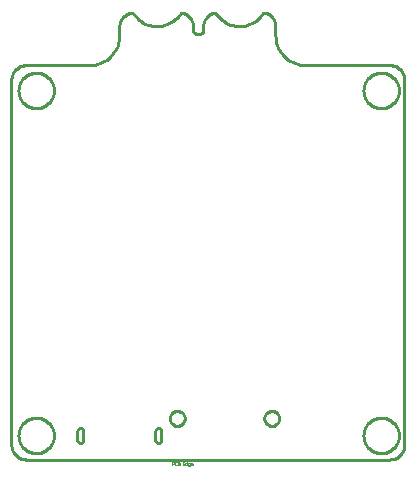
<source format=gko>
G04 EAGLE Gerber RS-274X export*
G75*
%MOMM*%
%FSLAX34Y34*%
%LPD*%
%INBoard Outline*%
%IPPOS*%
%AMOC8*
5,1,8,0,0,1.08239X$1,22.5*%
G01*
%ADD10C,0.025400*%
%ADD11C,0.000000*%
%ADD12C,0.050000*%
%ADD13C,0.254000*%


D10*
X0Y12700D02*
X0Y321310D01*
X4Y321617D01*
X15Y321924D01*
X33Y322230D01*
X59Y322536D01*
X93Y322841D01*
X133Y323145D01*
X181Y323448D01*
X237Y323750D01*
X299Y324050D01*
X369Y324349D01*
X446Y324646D01*
X530Y324942D01*
X622Y325235D01*
X720Y325525D01*
X825Y325813D01*
X938Y326099D01*
X1057Y326382D01*
X1183Y326662D01*
X1315Y326939D01*
X1455Y327212D01*
X1601Y327482D01*
X1753Y327748D01*
X1912Y328011D01*
X2077Y328270D01*
X2248Y328524D01*
X2425Y328775D01*
X2609Y329021D01*
X2798Y329263D01*
X2993Y329499D01*
X3194Y329732D01*
X3400Y329959D01*
X3612Y330181D01*
X3829Y330398D01*
X4051Y330610D01*
X4278Y330816D01*
X4511Y331017D01*
X4747Y331212D01*
X4989Y331401D01*
X5235Y331585D01*
X5486Y331762D01*
X5740Y331933D01*
X5999Y332098D01*
X6262Y332257D01*
X6528Y332409D01*
X6798Y332555D01*
X7071Y332695D01*
X7348Y332827D01*
X7628Y332953D01*
X7911Y333072D01*
X8197Y333185D01*
X8485Y333290D01*
X8775Y333388D01*
X9068Y333480D01*
X9364Y333564D01*
X9661Y333641D01*
X9960Y333711D01*
X10260Y333773D01*
X10562Y333829D01*
X10865Y333877D01*
X11169Y333917D01*
X11474Y333951D01*
X11780Y333977D01*
X12086Y333995D01*
X12393Y334006D01*
X12700Y334010D01*
X91440Y359410D02*
X91440Y365760D01*
X91440Y359410D02*
X91433Y358796D01*
X91410Y358183D01*
X91373Y357570D01*
X91321Y356959D01*
X91255Y356348D01*
X91173Y355740D01*
X91077Y355134D01*
X90967Y354530D01*
X90842Y353929D01*
X90702Y353331D01*
X90548Y352737D01*
X90379Y352147D01*
X90197Y351561D01*
X90000Y350980D01*
X89789Y350403D01*
X89565Y349832D01*
X89327Y349266D01*
X89075Y348706D01*
X88809Y348153D01*
X88531Y347606D01*
X88239Y347066D01*
X87934Y346533D01*
X87616Y346008D01*
X87286Y345490D01*
X86944Y344981D01*
X86589Y344480D01*
X86222Y343988D01*
X85844Y343505D01*
X85454Y343031D01*
X85052Y342567D01*
X84640Y342112D01*
X84216Y341668D01*
X83782Y341234D01*
X83338Y340810D01*
X82883Y340398D01*
X82419Y339996D01*
X81945Y339606D01*
X81462Y339228D01*
X80970Y338861D01*
X80469Y338506D01*
X79960Y338164D01*
X79442Y337834D01*
X78917Y337516D01*
X78384Y337211D01*
X77844Y336919D01*
X77297Y336641D01*
X76744Y336375D01*
X76184Y336123D01*
X75618Y335885D01*
X75047Y335661D01*
X74470Y335450D01*
X73889Y335253D01*
X73303Y335071D01*
X72713Y334902D01*
X72119Y334748D01*
X71521Y334608D01*
X70920Y334483D01*
X70316Y334373D01*
X69710Y334277D01*
X69102Y334195D01*
X68491Y334129D01*
X67880Y334077D01*
X67267Y334040D01*
X66654Y334017D01*
X66040Y334010D01*
X12700Y334010D01*
X153670Y363220D02*
X153670Y365760D01*
X153697Y366037D01*
X153718Y366314D01*
X153732Y366591D01*
X153739Y366869D01*
X153739Y367147D01*
X153733Y367425D01*
X153720Y367702D01*
X153701Y367980D01*
X153674Y368256D01*
X153641Y368532D01*
X153602Y368807D01*
X153556Y369081D01*
X153503Y369354D01*
X153443Y369626D01*
X153377Y369896D01*
X153305Y370164D01*
X153226Y370430D01*
X153140Y370695D01*
X153049Y370957D01*
X152951Y371217D01*
X152846Y371475D01*
X152736Y371730D01*
X152619Y371982D01*
X152497Y372231D01*
X152368Y372478D01*
X152233Y372721D01*
X152093Y372961D01*
X151947Y373197D01*
X151795Y373430D01*
X151637Y373659D01*
X151474Y373884D01*
X151306Y374105D01*
X151133Y374322D01*
X150954Y374535D01*
X150770Y374743D01*
X150581Y374947D01*
X150387Y375146D01*
X150189Y375341D01*
X149986Y375530D01*
X149778Y375715D01*
X149566Y375895D01*
X149350Y376069D01*
X149129Y376238D01*
X148905Y376402D01*
X148676Y376560D01*
X148444Y376713D01*
X148208Y376860D01*
X147969Y377001D01*
X147726Y377137D01*
X147480Y377267D01*
X147232Y377390D01*
X146980Y377508D01*
X146725Y377619D01*
X146468Y377725D01*
X146208Y377824D01*
X145946Y377916D01*
X145682Y378003D01*
X145416Y378083D01*
X145148Y378156D01*
X144878Y378223D01*
X144607Y378284D01*
X144335Y378338D01*
X144061Y378385D01*
X143786Y378426D01*
X143510Y378460D01*
X102870Y378460D02*
X102574Y378441D01*
X102279Y378415D01*
X101984Y378381D01*
X101690Y378340D01*
X101398Y378292D01*
X101107Y378237D01*
X100817Y378174D01*
X100528Y378105D01*
X100242Y378028D01*
X99957Y377944D01*
X99675Y377854D01*
X99395Y377756D01*
X99117Y377652D01*
X98842Y377541D01*
X98570Y377423D01*
X98301Y377299D01*
X98035Y377168D01*
X97772Y377030D01*
X97513Y376887D01*
X97257Y376736D01*
X97006Y376580D01*
X96758Y376417D01*
X96514Y376249D01*
X96274Y376074D01*
X96039Y375894D01*
X95808Y375708D01*
X95581Y375516D01*
X95360Y375319D01*
X95143Y375116D01*
X94932Y374908D01*
X94726Y374695D01*
X94525Y374477D01*
X94329Y374255D01*
X94139Y374027D01*
X93954Y373795D01*
X93776Y373558D01*
X93603Y373317D01*
X93436Y373072D01*
X93275Y372823D01*
X93120Y372570D01*
X92972Y372313D01*
X92830Y372053D01*
X92694Y371789D01*
X92565Y371523D01*
X92442Y371252D01*
X92327Y370980D01*
X92217Y370704D01*
X92115Y370426D01*
X92020Y370145D01*
X91931Y369862D01*
X91849Y369577D01*
X91775Y369290D01*
X91707Y369001D01*
X91647Y368711D01*
X91594Y368419D01*
X91548Y368126D01*
X91509Y367832D01*
X91477Y367537D01*
X91453Y367242D01*
X91436Y366946D01*
X91426Y366649D01*
X91423Y366353D01*
X91428Y366056D01*
X91440Y365760D01*
X156210Y360680D02*
X160020Y360680D01*
X160120Y360682D01*
X160219Y360688D01*
X160319Y360698D01*
X160417Y360711D01*
X160516Y360729D01*
X160613Y360750D01*
X160709Y360775D01*
X160805Y360804D01*
X160899Y360837D01*
X160992Y360873D01*
X161083Y360913D01*
X161173Y360957D01*
X161261Y361004D01*
X161347Y361054D01*
X161431Y361108D01*
X161513Y361165D01*
X161592Y361225D01*
X161670Y361289D01*
X161744Y361355D01*
X161816Y361424D01*
X161885Y361496D01*
X161951Y361570D01*
X162015Y361648D01*
X162075Y361727D01*
X162132Y361809D01*
X162186Y361893D01*
X162236Y361979D01*
X162283Y362067D01*
X162327Y362157D01*
X162367Y362248D01*
X162403Y362341D01*
X162436Y362435D01*
X162465Y362531D01*
X162490Y362627D01*
X162511Y362724D01*
X162529Y362823D01*
X162542Y362921D01*
X162552Y363021D01*
X162558Y363120D01*
X162560Y363220D01*
X162560Y365760D01*
X162533Y366041D01*
X162512Y366322D01*
X162498Y366604D01*
X162491Y366886D01*
X162491Y367169D01*
X162498Y367451D01*
X162511Y367733D01*
X162532Y368014D01*
X162560Y368295D01*
X162594Y368575D01*
X162636Y368854D01*
X162684Y369133D01*
X162739Y369409D01*
X162801Y369685D01*
X162869Y369959D01*
X162944Y370231D01*
X163026Y370501D01*
X163115Y370769D01*
X163210Y371035D01*
X163311Y371298D01*
X163419Y371559D01*
X163534Y371817D01*
X163654Y372072D01*
X163781Y372324D01*
X163914Y372573D01*
X164053Y372819D01*
X164198Y373061D01*
X164349Y373299D01*
X164506Y373534D01*
X164668Y373765D01*
X164836Y373991D01*
X165010Y374214D01*
X165189Y374432D01*
X165373Y374646D01*
X165563Y374855D01*
X165757Y375060D01*
X165957Y375259D01*
X166161Y375454D01*
X166370Y375643D01*
X166584Y375828D01*
X166802Y376007D01*
X167025Y376181D01*
X167251Y376349D01*
X167482Y376511D01*
X167717Y376668D01*
X167955Y376819D01*
X168197Y376964D01*
X168443Y377104D01*
X168692Y377237D01*
X168944Y377364D01*
X169199Y377484D01*
X169457Y377599D01*
X169718Y377707D01*
X169981Y377809D01*
X170247Y377904D01*
X170515Y377992D01*
X170785Y378074D01*
X171057Y378150D01*
X171330Y378218D01*
X171606Y378280D01*
X171883Y378335D01*
X172161Y378384D01*
X172440Y378425D01*
X172720Y378460D01*
X213360Y378460D02*
X213636Y378426D01*
X213911Y378385D01*
X214185Y378338D01*
X214457Y378284D01*
X214728Y378223D01*
X214998Y378156D01*
X215266Y378083D01*
X215532Y378003D01*
X215796Y377916D01*
X216058Y377824D01*
X216318Y377725D01*
X216575Y377619D01*
X216830Y377508D01*
X217082Y377390D01*
X217330Y377267D01*
X217576Y377137D01*
X217819Y377001D01*
X218058Y376860D01*
X218294Y376713D01*
X218526Y376560D01*
X218755Y376402D01*
X218979Y376238D01*
X219200Y376069D01*
X219416Y375895D01*
X219628Y375715D01*
X219836Y375530D01*
X220039Y375341D01*
X220237Y375146D01*
X220431Y374947D01*
X220620Y374743D01*
X220804Y374535D01*
X220983Y374322D01*
X221156Y374105D01*
X221324Y373884D01*
X221487Y373659D01*
X221645Y373430D01*
X221797Y373197D01*
X221943Y372961D01*
X222083Y372721D01*
X222218Y372478D01*
X222347Y372231D01*
X222469Y371982D01*
X222586Y371730D01*
X222696Y371475D01*
X222801Y371217D01*
X222899Y370957D01*
X222990Y370695D01*
X223076Y370430D01*
X223155Y370164D01*
X223227Y369896D01*
X223293Y369626D01*
X223353Y369354D01*
X223406Y369081D01*
X223452Y368807D01*
X223491Y368532D01*
X223524Y368256D01*
X223551Y367980D01*
X223570Y367702D01*
X223583Y367425D01*
X223589Y367147D01*
X223589Y366869D01*
X223582Y366591D01*
X223568Y366314D01*
X223547Y366037D01*
X223520Y365760D01*
X223520Y359410D01*
X223527Y358796D01*
X223550Y358183D01*
X223587Y357570D01*
X223639Y356959D01*
X223705Y356348D01*
X223787Y355740D01*
X223883Y355134D01*
X223993Y354530D01*
X224118Y353929D01*
X224258Y353331D01*
X224412Y352737D01*
X224581Y352147D01*
X224763Y351561D01*
X224960Y350980D01*
X225171Y350403D01*
X225395Y349832D01*
X225633Y349266D01*
X225885Y348706D01*
X226151Y348153D01*
X226429Y347606D01*
X226721Y347066D01*
X227026Y346533D01*
X227344Y346008D01*
X227674Y345490D01*
X228016Y344981D01*
X228371Y344480D01*
X228738Y343988D01*
X229116Y343505D01*
X229506Y343031D01*
X229908Y342567D01*
X230320Y342112D01*
X230744Y341668D01*
X231178Y341234D01*
X231622Y340810D01*
X232077Y340398D01*
X232541Y339996D01*
X233015Y339606D01*
X233498Y339228D01*
X233990Y338861D01*
X234491Y338506D01*
X235000Y338164D01*
X235518Y337834D01*
X236043Y337516D01*
X236576Y337211D01*
X237116Y336919D01*
X237663Y336641D01*
X238216Y336375D01*
X238776Y336123D01*
X239342Y335885D01*
X239913Y335661D01*
X240490Y335450D01*
X241071Y335253D01*
X241657Y335071D01*
X242247Y334902D01*
X242841Y334748D01*
X243439Y334608D01*
X244040Y334483D01*
X244644Y334373D01*
X245250Y334277D01*
X245858Y334195D01*
X246469Y334129D01*
X247080Y334077D01*
X247693Y334040D01*
X248306Y334017D01*
X248920Y334010D01*
X320040Y334010D01*
X156210Y360680D02*
X156110Y360682D01*
X156011Y360688D01*
X155911Y360698D01*
X155813Y360711D01*
X155714Y360729D01*
X155617Y360750D01*
X155521Y360775D01*
X155425Y360804D01*
X155331Y360837D01*
X155238Y360873D01*
X155147Y360913D01*
X155057Y360957D01*
X154969Y361004D01*
X154883Y361054D01*
X154799Y361108D01*
X154717Y361165D01*
X154638Y361225D01*
X154560Y361289D01*
X154486Y361355D01*
X154414Y361424D01*
X154345Y361496D01*
X154279Y361570D01*
X154215Y361648D01*
X154155Y361727D01*
X154098Y361809D01*
X154044Y361893D01*
X153994Y361979D01*
X153947Y362067D01*
X153903Y362157D01*
X153863Y362248D01*
X153827Y362341D01*
X153794Y362435D01*
X153765Y362531D01*
X153740Y362627D01*
X153719Y362724D01*
X153701Y362823D01*
X153688Y362921D01*
X153678Y363021D01*
X153672Y363120D01*
X153670Y363220D01*
X320040Y334010D02*
X320347Y334006D01*
X320654Y333995D01*
X320960Y333977D01*
X321266Y333951D01*
X321571Y333917D01*
X321875Y333877D01*
X322178Y333829D01*
X322480Y333773D01*
X322780Y333711D01*
X323079Y333641D01*
X323376Y333564D01*
X323672Y333480D01*
X323965Y333388D01*
X324255Y333290D01*
X324543Y333185D01*
X324829Y333072D01*
X325112Y332953D01*
X325392Y332827D01*
X325669Y332695D01*
X325942Y332555D01*
X326212Y332409D01*
X326478Y332257D01*
X326741Y332098D01*
X327000Y331933D01*
X327254Y331762D01*
X327505Y331585D01*
X327751Y331401D01*
X327993Y331212D01*
X328229Y331017D01*
X328462Y330816D01*
X328689Y330610D01*
X328911Y330398D01*
X329128Y330181D01*
X329340Y329959D01*
X329546Y329732D01*
X329747Y329499D01*
X329942Y329263D01*
X330131Y329021D01*
X330315Y328775D01*
X330492Y328524D01*
X330663Y328270D01*
X330828Y328011D01*
X330987Y327748D01*
X331139Y327482D01*
X331285Y327212D01*
X331425Y326939D01*
X331557Y326662D01*
X331683Y326382D01*
X331802Y326099D01*
X331915Y325813D01*
X332020Y325525D01*
X332118Y325235D01*
X332210Y324942D01*
X332294Y324646D01*
X332371Y324349D01*
X332441Y324050D01*
X332503Y323750D01*
X332559Y323448D01*
X332607Y323145D01*
X332647Y322841D01*
X332681Y322536D01*
X332707Y322230D01*
X332725Y321924D01*
X332736Y321617D01*
X332740Y321310D01*
X332740Y12700D01*
X332736Y12393D01*
X332725Y12086D01*
X332707Y11780D01*
X332681Y11474D01*
X332647Y11169D01*
X332607Y10865D01*
X332559Y10562D01*
X332503Y10260D01*
X332441Y9960D01*
X332371Y9661D01*
X332294Y9364D01*
X332210Y9068D01*
X332118Y8775D01*
X332020Y8485D01*
X331915Y8197D01*
X331802Y7911D01*
X331683Y7628D01*
X331557Y7348D01*
X331425Y7071D01*
X331285Y6798D01*
X331139Y6528D01*
X330987Y6262D01*
X330828Y5999D01*
X330663Y5740D01*
X330492Y5486D01*
X330315Y5235D01*
X330131Y4989D01*
X329942Y4747D01*
X329747Y4511D01*
X329546Y4278D01*
X329340Y4051D01*
X329128Y3829D01*
X328911Y3612D01*
X328689Y3400D01*
X328462Y3194D01*
X328229Y2993D01*
X327993Y2798D01*
X327751Y2609D01*
X327505Y2425D01*
X327254Y2248D01*
X327000Y2077D01*
X326741Y1912D01*
X326478Y1753D01*
X326212Y1601D01*
X325942Y1455D01*
X325669Y1315D01*
X325392Y1183D01*
X325112Y1057D01*
X324829Y938D01*
X324543Y825D01*
X324255Y720D01*
X323965Y622D01*
X323672Y530D01*
X323376Y446D01*
X323079Y369D01*
X322780Y299D01*
X322480Y237D01*
X322178Y181D01*
X321875Y133D01*
X321571Y93D01*
X321266Y59D01*
X320960Y33D01*
X320654Y15D01*
X320347Y4D01*
X320040Y0D01*
X12700Y0D01*
X12393Y4D01*
X12086Y15D01*
X11780Y33D01*
X11474Y59D01*
X11169Y93D01*
X10865Y133D01*
X10562Y181D01*
X10260Y237D01*
X9960Y299D01*
X9661Y369D01*
X9364Y446D01*
X9068Y530D01*
X8775Y622D01*
X8485Y720D01*
X8197Y825D01*
X7911Y938D01*
X7628Y1057D01*
X7348Y1183D01*
X7071Y1315D01*
X6798Y1455D01*
X6528Y1601D01*
X6262Y1753D01*
X5999Y1912D01*
X5740Y2077D01*
X5486Y2248D01*
X5235Y2425D01*
X4989Y2609D01*
X4747Y2798D01*
X4511Y2993D01*
X4278Y3194D01*
X4051Y3400D01*
X3829Y3612D01*
X3612Y3829D01*
X3400Y4051D01*
X3194Y4278D01*
X2993Y4511D01*
X2798Y4747D01*
X2609Y4989D01*
X2425Y5235D01*
X2248Y5486D01*
X2077Y5740D01*
X1912Y5999D01*
X1753Y6262D01*
X1601Y6528D01*
X1455Y6798D01*
X1315Y7071D01*
X1183Y7348D01*
X1057Y7628D01*
X938Y7911D01*
X825Y8197D01*
X720Y8485D01*
X622Y8775D01*
X530Y9068D01*
X446Y9364D01*
X369Y9661D01*
X299Y9960D01*
X237Y10260D01*
X181Y10562D01*
X133Y10865D01*
X93Y11169D01*
X59Y11474D01*
X33Y11780D01*
X15Y12086D01*
X4Y12393D01*
X0Y12700D01*
D11*
X298055Y312420D02*
X298060Y312788D01*
X298073Y313156D01*
X298096Y313523D01*
X298127Y313890D01*
X298168Y314256D01*
X298217Y314621D01*
X298276Y314984D01*
X298343Y315346D01*
X298419Y315707D01*
X298505Y316065D01*
X298598Y316421D01*
X298701Y316774D01*
X298812Y317125D01*
X298932Y317473D01*
X299060Y317818D01*
X299197Y318160D01*
X299342Y318499D01*
X299495Y318833D01*
X299657Y319164D01*
X299826Y319491D01*
X300004Y319813D01*
X300189Y320132D01*
X300382Y320445D01*
X300583Y320754D01*
X300791Y321057D01*
X301007Y321355D01*
X301230Y321648D01*
X301460Y321936D01*
X301697Y322218D01*
X301941Y322493D01*
X302191Y322763D01*
X302448Y323027D01*
X302712Y323284D01*
X302982Y323534D01*
X303257Y323778D01*
X303539Y324015D01*
X303827Y324245D01*
X304120Y324468D01*
X304418Y324684D01*
X304721Y324892D01*
X305030Y325093D01*
X305343Y325286D01*
X305662Y325471D01*
X305984Y325649D01*
X306311Y325818D01*
X306642Y325980D01*
X306976Y326133D01*
X307315Y326278D01*
X307657Y326415D01*
X308002Y326543D01*
X308350Y326663D01*
X308701Y326774D01*
X309054Y326877D01*
X309410Y326970D01*
X309768Y327056D01*
X310129Y327132D01*
X310491Y327199D01*
X310854Y327258D01*
X311219Y327307D01*
X311585Y327348D01*
X311952Y327379D01*
X312319Y327402D01*
X312687Y327415D01*
X313055Y327420D01*
X313423Y327415D01*
X313791Y327402D01*
X314158Y327379D01*
X314525Y327348D01*
X314891Y327307D01*
X315256Y327258D01*
X315619Y327199D01*
X315981Y327132D01*
X316342Y327056D01*
X316700Y326970D01*
X317056Y326877D01*
X317409Y326774D01*
X317760Y326663D01*
X318108Y326543D01*
X318453Y326415D01*
X318795Y326278D01*
X319134Y326133D01*
X319468Y325980D01*
X319799Y325818D01*
X320126Y325649D01*
X320448Y325471D01*
X320767Y325286D01*
X321080Y325093D01*
X321389Y324892D01*
X321692Y324684D01*
X321990Y324468D01*
X322283Y324245D01*
X322571Y324015D01*
X322853Y323778D01*
X323128Y323534D01*
X323398Y323284D01*
X323662Y323027D01*
X323919Y322763D01*
X324169Y322493D01*
X324413Y322218D01*
X324650Y321936D01*
X324880Y321648D01*
X325103Y321355D01*
X325319Y321057D01*
X325527Y320754D01*
X325728Y320445D01*
X325921Y320132D01*
X326106Y319813D01*
X326284Y319491D01*
X326453Y319164D01*
X326615Y318833D01*
X326768Y318499D01*
X326913Y318160D01*
X327050Y317818D01*
X327178Y317473D01*
X327298Y317125D01*
X327409Y316774D01*
X327512Y316421D01*
X327605Y316065D01*
X327691Y315707D01*
X327767Y315346D01*
X327834Y314984D01*
X327893Y314621D01*
X327942Y314256D01*
X327983Y313890D01*
X328014Y313523D01*
X328037Y313156D01*
X328050Y312788D01*
X328055Y312420D01*
X328050Y312052D01*
X328037Y311684D01*
X328014Y311317D01*
X327983Y310950D01*
X327942Y310584D01*
X327893Y310219D01*
X327834Y309856D01*
X327767Y309494D01*
X327691Y309133D01*
X327605Y308775D01*
X327512Y308419D01*
X327409Y308066D01*
X327298Y307715D01*
X327178Y307367D01*
X327050Y307022D01*
X326913Y306680D01*
X326768Y306341D01*
X326615Y306007D01*
X326453Y305676D01*
X326284Y305349D01*
X326106Y305027D01*
X325921Y304708D01*
X325728Y304395D01*
X325527Y304086D01*
X325319Y303783D01*
X325103Y303485D01*
X324880Y303192D01*
X324650Y302904D01*
X324413Y302622D01*
X324169Y302347D01*
X323919Y302077D01*
X323662Y301813D01*
X323398Y301556D01*
X323128Y301306D01*
X322853Y301062D01*
X322571Y300825D01*
X322283Y300595D01*
X321990Y300372D01*
X321692Y300156D01*
X321389Y299948D01*
X321080Y299747D01*
X320767Y299554D01*
X320448Y299369D01*
X320126Y299191D01*
X319799Y299022D01*
X319468Y298860D01*
X319134Y298707D01*
X318795Y298562D01*
X318453Y298425D01*
X318108Y298297D01*
X317760Y298177D01*
X317409Y298066D01*
X317056Y297963D01*
X316700Y297870D01*
X316342Y297784D01*
X315981Y297708D01*
X315619Y297641D01*
X315256Y297582D01*
X314891Y297533D01*
X314525Y297492D01*
X314158Y297461D01*
X313791Y297438D01*
X313423Y297425D01*
X313055Y297420D01*
X312687Y297425D01*
X312319Y297438D01*
X311952Y297461D01*
X311585Y297492D01*
X311219Y297533D01*
X310854Y297582D01*
X310491Y297641D01*
X310129Y297708D01*
X309768Y297784D01*
X309410Y297870D01*
X309054Y297963D01*
X308701Y298066D01*
X308350Y298177D01*
X308002Y298297D01*
X307657Y298425D01*
X307315Y298562D01*
X306976Y298707D01*
X306642Y298860D01*
X306311Y299022D01*
X305984Y299191D01*
X305662Y299369D01*
X305343Y299554D01*
X305030Y299747D01*
X304721Y299948D01*
X304418Y300156D01*
X304120Y300372D01*
X303827Y300595D01*
X303539Y300825D01*
X303257Y301062D01*
X302982Y301306D01*
X302712Y301556D01*
X302448Y301813D01*
X302191Y302077D01*
X301941Y302347D01*
X301697Y302622D01*
X301460Y302904D01*
X301230Y303192D01*
X301007Y303485D01*
X300791Y303783D01*
X300583Y304086D01*
X300382Y304395D01*
X300189Y304708D01*
X300004Y305027D01*
X299826Y305349D01*
X299657Y305676D01*
X299495Y306007D01*
X299342Y306341D01*
X299197Y306680D01*
X299060Y307022D01*
X298932Y307367D01*
X298812Y307715D01*
X298701Y308066D01*
X298598Y308419D01*
X298505Y308775D01*
X298419Y309133D01*
X298343Y309494D01*
X298276Y309856D01*
X298217Y310219D01*
X298168Y310584D01*
X298127Y310950D01*
X298096Y311317D01*
X298073Y311684D01*
X298060Y312052D01*
X298055Y312420D01*
X298055Y20320D02*
X298060Y20688D01*
X298073Y21056D01*
X298096Y21423D01*
X298127Y21790D01*
X298168Y22156D01*
X298217Y22521D01*
X298276Y22884D01*
X298343Y23246D01*
X298419Y23607D01*
X298505Y23965D01*
X298598Y24321D01*
X298701Y24674D01*
X298812Y25025D01*
X298932Y25373D01*
X299060Y25718D01*
X299197Y26060D01*
X299342Y26399D01*
X299495Y26733D01*
X299657Y27064D01*
X299826Y27391D01*
X300004Y27713D01*
X300189Y28032D01*
X300382Y28345D01*
X300583Y28654D01*
X300791Y28957D01*
X301007Y29255D01*
X301230Y29548D01*
X301460Y29836D01*
X301697Y30118D01*
X301941Y30393D01*
X302191Y30663D01*
X302448Y30927D01*
X302712Y31184D01*
X302982Y31434D01*
X303257Y31678D01*
X303539Y31915D01*
X303827Y32145D01*
X304120Y32368D01*
X304418Y32584D01*
X304721Y32792D01*
X305030Y32993D01*
X305343Y33186D01*
X305662Y33371D01*
X305984Y33549D01*
X306311Y33718D01*
X306642Y33880D01*
X306976Y34033D01*
X307315Y34178D01*
X307657Y34315D01*
X308002Y34443D01*
X308350Y34563D01*
X308701Y34674D01*
X309054Y34777D01*
X309410Y34870D01*
X309768Y34956D01*
X310129Y35032D01*
X310491Y35099D01*
X310854Y35158D01*
X311219Y35207D01*
X311585Y35248D01*
X311952Y35279D01*
X312319Y35302D01*
X312687Y35315D01*
X313055Y35320D01*
X313423Y35315D01*
X313791Y35302D01*
X314158Y35279D01*
X314525Y35248D01*
X314891Y35207D01*
X315256Y35158D01*
X315619Y35099D01*
X315981Y35032D01*
X316342Y34956D01*
X316700Y34870D01*
X317056Y34777D01*
X317409Y34674D01*
X317760Y34563D01*
X318108Y34443D01*
X318453Y34315D01*
X318795Y34178D01*
X319134Y34033D01*
X319468Y33880D01*
X319799Y33718D01*
X320126Y33549D01*
X320448Y33371D01*
X320767Y33186D01*
X321080Y32993D01*
X321389Y32792D01*
X321692Y32584D01*
X321990Y32368D01*
X322283Y32145D01*
X322571Y31915D01*
X322853Y31678D01*
X323128Y31434D01*
X323398Y31184D01*
X323662Y30927D01*
X323919Y30663D01*
X324169Y30393D01*
X324413Y30118D01*
X324650Y29836D01*
X324880Y29548D01*
X325103Y29255D01*
X325319Y28957D01*
X325527Y28654D01*
X325728Y28345D01*
X325921Y28032D01*
X326106Y27713D01*
X326284Y27391D01*
X326453Y27064D01*
X326615Y26733D01*
X326768Y26399D01*
X326913Y26060D01*
X327050Y25718D01*
X327178Y25373D01*
X327298Y25025D01*
X327409Y24674D01*
X327512Y24321D01*
X327605Y23965D01*
X327691Y23607D01*
X327767Y23246D01*
X327834Y22884D01*
X327893Y22521D01*
X327942Y22156D01*
X327983Y21790D01*
X328014Y21423D01*
X328037Y21056D01*
X328050Y20688D01*
X328055Y20320D01*
X328050Y19952D01*
X328037Y19584D01*
X328014Y19217D01*
X327983Y18850D01*
X327942Y18484D01*
X327893Y18119D01*
X327834Y17756D01*
X327767Y17394D01*
X327691Y17033D01*
X327605Y16675D01*
X327512Y16319D01*
X327409Y15966D01*
X327298Y15615D01*
X327178Y15267D01*
X327050Y14922D01*
X326913Y14580D01*
X326768Y14241D01*
X326615Y13907D01*
X326453Y13576D01*
X326284Y13249D01*
X326106Y12927D01*
X325921Y12608D01*
X325728Y12295D01*
X325527Y11986D01*
X325319Y11683D01*
X325103Y11385D01*
X324880Y11092D01*
X324650Y10804D01*
X324413Y10522D01*
X324169Y10247D01*
X323919Y9977D01*
X323662Y9713D01*
X323398Y9456D01*
X323128Y9206D01*
X322853Y8962D01*
X322571Y8725D01*
X322283Y8495D01*
X321990Y8272D01*
X321692Y8056D01*
X321389Y7848D01*
X321080Y7647D01*
X320767Y7454D01*
X320448Y7269D01*
X320126Y7091D01*
X319799Y6922D01*
X319468Y6760D01*
X319134Y6607D01*
X318795Y6462D01*
X318453Y6325D01*
X318108Y6197D01*
X317760Y6077D01*
X317409Y5966D01*
X317056Y5863D01*
X316700Y5770D01*
X316342Y5684D01*
X315981Y5608D01*
X315619Y5541D01*
X315256Y5482D01*
X314891Y5433D01*
X314525Y5392D01*
X314158Y5361D01*
X313791Y5338D01*
X313423Y5325D01*
X313055Y5320D01*
X312687Y5325D01*
X312319Y5338D01*
X311952Y5361D01*
X311585Y5392D01*
X311219Y5433D01*
X310854Y5482D01*
X310491Y5541D01*
X310129Y5608D01*
X309768Y5684D01*
X309410Y5770D01*
X309054Y5863D01*
X308701Y5966D01*
X308350Y6077D01*
X308002Y6197D01*
X307657Y6325D01*
X307315Y6462D01*
X306976Y6607D01*
X306642Y6760D01*
X306311Y6922D01*
X305984Y7091D01*
X305662Y7269D01*
X305343Y7454D01*
X305030Y7647D01*
X304721Y7848D01*
X304418Y8056D01*
X304120Y8272D01*
X303827Y8495D01*
X303539Y8725D01*
X303257Y8962D01*
X302982Y9206D01*
X302712Y9456D01*
X302448Y9713D01*
X302191Y9977D01*
X301941Y10247D01*
X301697Y10522D01*
X301460Y10804D01*
X301230Y11092D01*
X301007Y11385D01*
X300791Y11683D01*
X300583Y11986D01*
X300382Y12295D01*
X300189Y12608D01*
X300004Y12927D01*
X299826Y13249D01*
X299657Y13576D01*
X299495Y13907D01*
X299342Y14241D01*
X299197Y14580D01*
X299060Y14922D01*
X298932Y15267D01*
X298812Y15615D01*
X298701Y15966D01*
X298598Y16319D01*
X298505Y16675D01*
X298419Y17033D01*
X298343Y17394D01*
X298276Y17756D01*
X298217Y18119D01*
X298168Y18484D01*
X298127Y18850D01*
X298096Y19217D01*
X298073Y19584D01*
X298060Y19952D01*
X298055Y20320D01*
X5955Y20320D02*
X5960Y20688D01*
X5973Y21056D01*
X5996Y21423D01*
X6027Y21790D01*
X6068Y22156D01*
X6117Y22521D01*
X6176Y22884D01*
X6243Y23246D01*
X6319Y23607D01*
X6405Y23965D01*
X6498Y24321D01*
X6601Y24674D01*
X6712Y25025D01*
X6832Y25373D01*
X6960Y25718D01*
X7097Y26060D01*
X7242Y26399D01*
X7395Y26733D01*
X7557Y27064D01*
X7726Y27391D01*
X7904Y27713D01*
X8089Y28032D01*
X8282Y28345D01*
X8483Y28654D01*
X8691Y28957D01*
X8907Y29255D01*
X9130Y29548D01*
X9360Y29836D01*
X9597Y30118D01*
X9841Y30393D01*
X10091Y30663D01*
X10348Y30927D01*
X10612Y31184D01*
X10882Y31434D01*
X11157Y31678D01*
X11439Y31915D01*
X11727Y32145D01*
X12020Y32368D01*
X12318Y32584D01*
X12621Y32792D01*
X12930Y32993D01*
X13243Y33186D01*
X13562Y33371D01*
X13884Y33549D01*
X14211Y33718D01*
X14542Y33880D01*
X14876Y34033D01*
X15215Y34178D01*
X15557Y34315D01*
X15902Y34443D01*
X16250Y34563D01*
X16601Y34674D01*
X16954Y34777D01*
X17310Y34870D01*
X17668Y34956D01*
X18029Y35032D01*
X18391Y35099D01*
X18754Y35158D01*
X19119Y35207D01*
X19485Y35248D01*
X19852Y35279D01*
X20219Y35302D01*
X20587Y35315D01*
X20955Y35320D01*
X21323Y35315D01*
X21691Y35302D01*
X22058Y35279D01*
X22425Y35248D01*
X22791Y35207D01*
X23156Y35158D01*
X23519Y35099D01*
X23881Y35032D01*
X24242Y34956D01*
X24600Y34870D01*
X24956Y34777D01*
X25309Y34674D01*
X25660Y34563D01*
X26008Y34443D01*
X26353Y34315D01*
X26695Y34178D01*
X27034Y34033D01*
X27368Y33880D01*
X27699Y33718D01*
X28026Y33549D01*
X28348Y33371D01*
X28667Y33186D01*
X28980Y32993D01*
X29289Y32792D01*
X29592Y32584D01*
X29890Y32368D01*
X30183Y32145D01*
X30471Y31915D01*
X30753Y31678D01*
X31028Y31434D01*
X31298Y31184D01*
X31562Y30927D01*
X31819Y30663D01*
X32069Y30393D01*
X32313Y30118D01*
X32550Y29836D01*
X32780Y29548D01*
X33003Y29255D01*
X33219Y28957D01*
X33427Y28654D01*
X33628Y28345D01*
X33821Y28032D01*
X34006Y27713D01*
X34184Y27391D01*
X34353Y27064D01*
X34515Y26733D01*
X34668Y26399D01*
X34813Y26060D01*
X34950Y25718D01*
X35078Y25373D01*
X35198Y25025D01*
X35309Y24674D01*
X35412Y24321D01*
X35505Y23965D01*
X35591Y23607D01*
X35667Y23246D01*
X35734Y22884D01*
X35793Y22521D01*
X35842Y22156D01*
X35883Y21790D01*
X35914Y21423D01*
X35937Y21056D01*
X35950Y20688D01*
X35955Y20320D01*
X35950Y19952D01*
X35937Y19584D01*
X35914Y19217D01*
X35883Y18850D01*
X35842Y18484D01*
X35793Y18119D01*
X35734Y17756D01*
X35667Y17394D01*
X35591Y17033D01*
X35505Y16675D01*
X35412Y16319D01*
X35309Y15966D01*
X35198Y15615D01*
X35078Y15267D01*
X34950Y14922D01*
X34813Y14580D01*
X34668Y14241D01*
X34515Y13907D01*
X34353Y13576D01*
X34184Y13249D01*
X34006Y12927D01*
X33821Y12608D01*
X33628Y12295D01*
X33427Y11986D01*
X33219Y11683D01*
X33003Y11385D01*
X32780Y11092D01*
X32550Y10804D01*
X32313Y10522D01*
X32069Y10247D01*
X31819Y9977D01*
X31562Y9713D01*
X31298Y9456D01*
X31028Y9206D01*
X30753Y8962D01*
X30471Y8725D01*
X30183Y8495D01*
X29890Y8272D01*
X29592Y8056D01*
X29289Y7848D01*
X28980Y7647D01*
X28667Y7454D01*
X28348Y7269D01*
X28026Y7091D01*
X27699Y6922D01*
X27368Y6760D01*
X27034Y6607D01*
X26695Y6462D01*
X26353Y6325D01*
X26008Y6197D01*
X25660Y6077D01*
X25309Y5966D01*
X24956Y5863D01*
X24600Y5770D01*
X24242Y5684D01*
X23881Y5608D01*
X23519Y5541D01*
X23156Y5482D01*
X22791Y5433D01*
X22425Y5392D01*
X22058Y5361D01*
X21691Y5338D01*
X21323Y5325D01*
X20955Y5320D01*
X20587Y5325D01*
X20219Y5338D01*
X19852Y5361D01*
X19485Y5392D01*
X19119Y5433D01*
X18754Y5482D01*
X18391Y5541D01*
X18029Y5608D01*
X17668Y5684D01*
X17310Y5770D01*
X16954Y5863D01*
X16601Y5966D01*
X16250Y6077D01*
X15902Y6197D01*
X15557Y6325D01*
X15215Y6462D01*
X14876Y6607D01*
X14542Y6760D01*
X14211Y6922D01*
X13884Y7091D01*
X13562Y7269D01*
X13243Y7454D01*
X12930Y7647D01*
X12621Y7848D01*
X12318Y8056D01*
X12020Y8272D01*
X11727Y8495D01*
X11439Y8725D01*
X11157Y8962D01*
X10882Y9206D01*
X10612Y9456D01*
X10348Y9713D01*
X10091Y9977D01*
X9841Y10247D01*
X9597Y10522D01*
X9360Y10804D01*
X9130Y11092D01*
X8907Y11385D01*
X8691Y11683D01*
X8483Y11986D01*
X8282Y12295D01*
X8089Y12608D01*
X7904Y12927D01*
X7726Y13249D01*
X7557Y13576D01*
X7395Y13907D01*
X7242Y14241D01*
X7097Y14580D01*
X6960Y14922D01*
X6832Y15267D01*
X6712Y15615D01*
X6601Y15966D01*
X6498Y16319D01*
X6405Y16675D01*
X6319Y17033D01*
X6243Y17394D01*
X6176Y17756D01*
X6117Y18119D01*
X6068Y18484D01*
X6027Y18850D01*
X5996Y19217D01*
X5973Y19584D01*
X5960Y19952D01*
X5955Y20320D01*
X5955Y312420D02*
X5960Y312788D01*
X5973Y313156D01*
X5996Y313523D01*
X6027Y313890D01*
X6068Y314256D01*
X6117Y314621D01*
X6176Y314984D01*
X6243Y315346D01*
X6319Y315707D01*
X6405Y316065D01*
X6498Y316421D01*
X6601Y316774D01*
X6712Y317125D01*
X6832Y317473D01*
X6960Y317818D01*
X7097Y318160D01*
X7242Y318499D01*
X7395Y318833D01*
X7557Y319164D01*
X7726Y319491D01*
X7904Y319813D01*
X8089Y320132D01*
X8282Y320445D01*
X8483Y320754D01*
X8691Y321057D01*
X8907Y321355D01*
X9130Y321648D01*
X9360Y321936D01*
X9597Y322218D01*
X9841Y322493D01*
X10091Y322763D01*
X10348Y323027D01*
X10612Y323284D01*
X10882Y323534D01*
X11157Y323778D01*
X11439Y324015D01*
X11727Y324245D01*
X12020Y324468D01*
X12318Y324684D01*
X12621Y324892D01*
X12930Y325093D01*
X13243Y325286D01*
X13562Y325471D01*
X13884Y325649D01*
X14211Y325818D01*
X14542Y325980D01*
X14876Y326133D01*
X15215Y326278D01*
X15557Y326415D01*
X15902Y326543D01*
X16250Y326663D01*
X16601Y326774D01*
X16954Y326877D01*
X17310Y326970D01*
X17668Y327056D01*
X18029Y327132D01*
X18391Y327199D01*
X18754Y327258D01*
X19119Y327307D01*
X19485Y327348D01*
X19852Y327379D01*
X20219Y327402D01*
X20587Y327415D01*
X20955Y327420D01*
X21323Y327415D01*
X21691Y327402D01*
X22058Y327379D01*
X22425Y327348D01*
X22791Y327307D01*
X23156Y327258D01*
X23519Y327199D01*
X23881Y327132D01*
X24242Y327056D01*
X24600Y326970D01*
X24956Y326877D01*
X25309Y326774D01*
X25660Y326663D01*
X26008Y326543D01*
X26353Y326415D01*
X26695Y326278D01*
X27034Y326133D01*
X27368Y325980D01*
X27699Y325818D01*
X28026Y325649D01*
X28348Y325471D01*
X28667Y325286D01*
X28980Y325093D01*
X29289Y324892D01*
X29592Y324684D01*
X29890Y324468D01*
X30183Y324245D01*
X30471Y324015D01*
X30753Y323778D01*
X31028Y323534D01*
X31298Y323284D01*
X31562Y323027D01*
X31819Y322763D01*
X32069Y322493D01*
X32313Y322218D01*
X32550Y321936D01*
X32780Y321648D01*
X33003Y321355D01*
X33219Y321057D01*
X33427Y320754D01*
X33628Y320445D01*
X33821Y320132D01*
X34006Y319813D01*
X34184Y319491D01*
X34353Y319164D01*
X34515Y318833D01*
X34668Y318499D01*
X34813Y318160D01*
X34950Y317818D01*
X35078Y317473D01*
X35198Y317125D01*
X35309Y316774D01*
X35412Y316421D01*
X35505Y316065D01*
X35591Y315707D01*
X35667Y315346D01*
X35734Y314984D01*
X35793Y314621D01*
X35842Y314256D01*
X35883Y313890D01*
X35914Y313523D01*
X35937Y313156D01*
X35950Y312788D01*
X35955Y312420D01*
X35950Y312052D01*
X35937Y311684D01*
X35914Y311317D01*
X35883Y310950D01*
X35842Y310584D01*
X35793Y310219D01*
X35734Y309856D01*
X35667Y309494D01*
X35591Y309133D01*
X35505Y308775D01*
X35412Y308419D01*
X35309Y308066D01*
X35198Y307715D01*
X35078Y307367D01*
X34950Y307022D01*
X34813Y306680D01*
X34668Y306341D01*
X34515Y306007D01*
X34353Y305676D01*
X34184Y305349D01*
X34006Y305027D01*
X33821Y304708D01*
X33628Y304395D01*
X33427Y304086D01*
X33219Y303783D01*
X33003Y303485D01*
X32780Y303192D01*
X32550Y302904D01*
X32313Y302622D01*
X32069Y302347D01*
X31819Y302077D01*
X31562Y301813D01*
X31298Y301556D01*
X31028Y301306D01*
X30753Y301062D01*
X30471Y300825D01*
X30183Y300595D01*
X29890Y300372D01*
X29592Y300156D01*
X29289Y299948D01*
X28980Y299747D01*
X28667Y299554D01*
X28348Y299369D01*
X28026Y299191D01*
X27699Y299022D01*
X27368Y298860D01*
X27034Y298707D01*
X26695Y298562D01*
X26353Y298425D01*
X26008Y298297D01*
X25660Y298177D01*
X25309Y298066D01*
X24956Y297963D01*
X24600Y297870D01*
X24242Y297784D01*
X23881Y297708D01*
X23519Y297641D01*
X23156Y297582D01*
X22791Y297533D01*
X22425Y297492D01*
X22058Y297461D01*
X21691Y297438D01*
X21323Y297425D01*
X20955Y297420D01*
X20587Y297425D01*
X20219Y297438D01*
X19852Y297461D01*
X19485Y297492D01*
X19119Y297533D01*
X18754Y297582D01*
X18391Y297641D01*
X18029Y297708D01*
X17668Y297784D01*
X17310Y297870D01*
X16954Y297963D01*
X16601Y298066D01*
X16250Y298177D01*
X15902Y298297D01*
X15557Y298425D01*
X15215Y298562D01*
X14876Y298707D01*
X14542Y298860D01*
X14211Y299022D01*
X13884Y299191D01*
X13562Y299369D01*
X13243Y299554D01*
X12930Y299747D01*
X12621Y299948D01*
X12318Y300156D01*
X12020Y300372D01*
X11727Y300595D01*
X11439Y300825D01*
X11157Y301062D01*
X10882Y301306D01*
X10612Y301556D01*
X10348Y301813D01*
X10091Y302077D01*
X9841Y302347D01*
X9597Y302622D01*
X9360Y302904D01*
X9130Y303192D01*
X8907Y303485D01*
X8691Y303783D01*
X8483Y304086D01*
X8282Y304395D01*
X8089Y304708D01*
X7904Y305027D01*
X7726Y305349D01*
X7557Y305676D01*
X7395Y306007D01*
X7242Y306341D01*
X7097Y306680D01*
X6960Y307022D01*
X6832Y307367D01*
X6712Y307715D01*
X6601Y308066D01*
X6498Y308419D01*
X6405Y308775D01*
X6319Y309133D01*
X6243Y309494D01*
X6176Y309856D01*
X6117Y310219D01*
X6068Y310584D01*
X6027Y310950D01*
X5996Y311317D01*
X5973Y311684D01*
X5960Y312052D01*
X5955Y312420D01*
D10*
X102870Y378460D02*
X103170Y377969D01*
X103481Y377485D01*
X103805Y377009D01*
X104140Y376541D01*
X104486Y376081D01*
X104843Y375630D01*
X105211Y375188D01*
X105590Y374754D01*
X105979Y374331D01*
X106379Y373916D01*
X106788Y373512D01*
X107207Y373117D01*
X107636Y372733D01*
X108074Y372360D01*
X108520Y371997D01*
X108976Y371646D01*
X109440Y371305D01*
X109912Y370976D01*
X110392Y370658D01*
X110880Y370353D01*
X111374Y370059D01*
X111876Y369777D01*
X112385Y369508D01*
X112900Y369251D01*
X113421Y369007D01*
X113948Y368775D01*
X114480Y368557D01*
X115018Y368351D01*
X115560Y368159D01*
X116107Y367979D01*
X116658Y367814D01*
X117213Y367661D01*
X117771Y367523D01*
X118333Y367397D01*
X118898Y367286D01*
X119465Y367188D01*
X120034Y367105D01*
X120605Y367035D01*
X121178Y366979D01*
X121752Y366937D01*
X122327Y366909D01*
X122902Y366895D01*
X123478Y366895D01*
X124053Y366909D01*
X124628Y366937D01*
X125202Y366979D01*
X125775Y367035D01*
X126346Y367105D01*
X126915Y367188D01*
X127482Y367286D01*
X128047Y367397D01*
X128609Y367523D01*
X129167Y367661D01*
X129722Y367814D01*
X130273Y367979D01*
X130820Y368159D01*
X131362Y368351D01*
X131900Y368557D01*
X132432Y368775D01*
X132959Y369007D01*
X133480Y369251D01*
X133995Y369508D01*
X134504Y369777D01*
X135006Y370059D01*
X135500Y370353D01*
X135988Y370658D01*
X136468Y370976D01*
X136940Y371305D01*
X137404Y371646D01*
X137860Y371997D01*
X138306Y372360D01*
X138744Y372733D01*
X139173Y373117D01*
X139592Y373512D01*
X140001Y373916D01*
X140401Y374331D01*
X140790Y374754D01*
X141169Y375188D01*
X141537Y375630D01*
X141894Y376081D01*
X142240Y376541D01*
X142575Y377009D01*
X142899Y377485D01*
X143210Y377969D01*
X143510Y378460D01*
X172720Y378460D02*
X173020Y377969D01*
X173331Y377485D01*
X173655Y377009D01*
X173990Y376541D01*
X174336Y376081D01*
X174693Y375630D01*
X175061Y375188D01*
X175440Y374754D01*
X175829Y374331D01*
X176229Y373916D01*
X176638Y373512D01*
X177057Y373117D01*
X177486Y372733D01*
X177924Y372360D01*
X178370Y371997D01*
X178826Y371646D01*
X179290Y371305D01*
X179762Y370976D01*
X180242Y370658D01*
X180730Y370353D01*
X181224Y370059D01*
X181726Y369777D01*
X182235Y369508D01*
X182750Y369251D01*
X183271Y369007D01*
X183798Y368775D01*
X184330Y368557D01*
X184868Y368351D01*
X185410Y368159D01*
X185957Y367979D01*
X186508Y367814D01*
X187063Y367661D01*
X187621Y367523D01*
X188183Y367397D01*
X188748Y367286D01*
X189315Y367188D01*
X189884Y367105D01*
X190455Y367035D01*
X191028Y366979D01*
X191602Y366937D01*
X192177Y366909D01*
X192752Y366895D01*
X193328Y366895D01*
X193903Y366909D01*
X194478Y366937D01*
X195052Y366979D01*
X195625Y367035D01*
X196196Y367105D01*
X196765Y367188D01*
X197332Y367286D01*
X197897Y367397D01*
X198459Y367523D01*
X199017Y367661D01*
X199572Y367814D01*
X200123Y367979D01*
X200670Y368159D01*
X201212Y368351D01*
X201750Y368557D01*
X202282Y368775D01*
X202809Y369007D01*
X203330Y369251D01*
X203845Y369508D01*
X204354Y369777D01*
X204856Y370059D01*
X205350Y370353D01*
X205838Y370658D01*
X206318Y370976D01*
X206790Y371305D01*
X207254Y371646D01*
X207710Y371997D01*
X208156Y372360D01*
X208594Y372733D01*
X209023Y373117D01*
X209442Y373512D01*
X209851Y373916D01*
X210251Y374331D01*
X210640Y374754D01*
X211019Y375188D01*
X211387Y375630D01*
X211744Y376081D01*
X212090Y376541D01*
X212425Y377009D01*
X212749Y377485D01*
X213060Y377969D01*
X213360Y378460D01*
D11*
X134200Y34810D02*
X134202Y34968D01*
X134208Y35125D01*
X134218Y35283D01*
X134232Y35440D01*
X134250Y35596D01*
X134271Y35753D01*
X134297Y35908D01*
X134327Y36063D01*
X134360Y36217D01*
X134398Y36370D01*
X134439Y36523D01*
X134484Y36674D01*
X134533Y36824D01*
X134586Y36972D01*
X134642Y37120D01*
X134703Y37265D01*
X134766Y37410D01*
X134834Y37552D01*
X134905Y37693D01*
X134979Y37832D01*
X135057Y37969D01*
X135139Y38104D01*
X135223Y38237D01*
X135312Y38368D01*
X135403Y38496D01*
X135498Y38623D01*
X135595Y38746D01*
X135696Y38868D01*
X135800Y38986D01*
X135907Y39102D01*
X136017Y39215D01*
X136129Y39326D01*
X136245Y39433D01*
X136363Y39538D01*
X136483Y39640D01*
X136606Y39738D01*
X136732Y39834D01*
X136860Y39926D01*
X136990Y40015D01*
X137122Y40101D01*
X137257Y40183D01*
X137394Y40262D01*
X137532Y40337D01*
X137672Y40409D01*
X137815Y40477D01*
X137958Y40542D01*
X138104Y40603D01*
X138251Y40660D01*
X138399Y40714D01*
X138549Y40764D01*
X138699Y40810D01*
X138851Y40852D01*
X139004Y40891D01*
X139158Y40925D01*
X139313Y40956D01*
X139468Y40982D01*
X139624Y41005D01*
X139781Y41024D01*
X139938Y41039D01*
X140095Y41050D01*
X140253Y41057D01*
X140411Y41060D01*
X140568Y41059D01*
X140726Y41054D01*
X140883Y41045D01*
X141041Y41032D01*
X141197Y41015D01*
X141354Y40994D01*
X141509Y40970D01*
X141664Y40941D01*
X141819Y40908D01*
X141972Y40872D01*
X142125Y40831D01*
X142276Y40787D01*
X142426Y40739D01*
X142575Y40688D01*
X142723Y40632D01*
X142869Y40573D01*
X143014Y40510D01*
X143157Y40443D01*
X143298Y40373D01*
X143437Y40300D01*
X143575Y40223D01*
X143711Y40142D01*
X143844Y40058D01*
X143975Y39971D01*
X144104Y39880D01*
X144231Y39786D01*
X144356Y39689D01*
X144477Y39589D01*
X144597Y39486D01*
X144713Y39380D01*
X144827Y39271D01*
X144939Y39159D01*
X145047Y39045D01*
X145152Y38927D01*
X145255Y38807D01*
X145354Y38685D01*
X145450Y38560D01*
X145543Y38432D01*
X145633Y38303D01*
X145719Y38171D01*
X145803Y38037D01*
X145882Y37901D01*
X145959Y37763D01*
X146031Y37623D01*
X146100Y37481D01*
X146166Y37338D01*
X146228Y37193D01*
X146286Y37046D01*
X146341Y36898D01*
X146392Y36749D01*
X146439Y36598D01*
X146482Y36447D01*
X146521Y36294D01*
X146557Y36140D01*
X146588Y35986D01*
X146616Y35831D01*
X146640Y35675D01*
X146660Y35518D01*
X146676Y35361D01*
X146688Y35204D01*
X146696Y35047D01*
X146700Y34889D01*
X146700Y34731D01*
X146696Y34573D01*
X146688Y34416D01*
X146676Y34259D01*
X146660Y34102D01*
X146640Y33945D01*
X146616Y33789D01*
X146588Y33634D01*
X146557Y33480D01*
X146521Y33326D01*
X146482Y33173D01*
X146439Y33022D01*
X146392Y32871D01*
X146341Y32722D01*
X146286Y32574D01*
X146228Y32427D01*
X146166Y32282D01*
X146100Y32139D01*
X146031Y31997D01*
X145959Y31857D01*
X145882Y31719D01*
X145803Y31583D01*
X145719Y31449D01*
X145633Y31317D01*
X145543Y31188D01*
X145450Y31060D01*
X145354Y30935D01*
X145255Y30813D01*
X145152Y30693D01*
X145047Y30575D01*
X144939Y30461D01*
X144827Y30349D01*
X144713Y30240D01*
X144597Y30134D01*
X144477Y30031D01*
X144356Y29931D01*
X144231Y29834D01*
X144104Y29740D01*
X143975Y29649D01*
X143844Y29562D01*
X143711Y29478D01*
X143575Y29397D01*
X143437Y29320D01*
X143298Y29247D01*
X143157Y29177D01*
X143014Y29110D01*
X142869Y29047D01*
X142723Y28988D01*
X142575Y28932D01*
X142426Y28881D01*
X142276Y28833D01*
X142125Y28789D01*
X141972Y28748D01*
X141819Y28712D01*
X141664Y28679D01*
X141509Y28650D01*
X141354Y28626D01*
X141197Y28605D01*
X141041Y28588D01*
X140883Y28575D01*
X140726Y28566D01*
X140568Y28561D01*
X140411Y28560D01*
X140253Y28563D01*
X140095Y28570D01*
X139938Y28581D01*
X139781Y28596D01*
X139624Y28615D01*
X139468Y28638D01*
X139313Y28664D01*
X139158Y28695D01*
X139004Y28729D01*
X138851Y28768D01*
X138699Y28810D01*
X138549Y28856D01*
X138399Y28906D01*
X138251Y28960D01*
X138104Y29017D01*
X137958Y29078D01*
X137815Y29143D01*
X137672Y29211D01*
X137532Y29283D01*
X137394Y29358D01*
X137257Y29437D01*
X137122Y29519D01*
X136990Y29605D01*
X136860Y29694D01*
X136732Y29786D01*
X136606Y29882D01*
X136483Y29980D01*
X136363Y30082D01*
X136245Y30187D01*
X136129Y30294D01*
X136017Y30405D01*
X135907Y30518D01*
X135800Y30634D01*
X135696Y30752D01*
X135595Y30874D01*
X135498Y30997D01*
X135403Y31124D01*
X135312Y31252D01*
X135223Y31383D01*
X135139Y31516D01*
X135057Y31651D01*
X134979Y31788D01*
X134905Y31927D01*
X134834Y32068D01*
X134766Y32210D01*
X134703Y32355D01*
X134642Y32500D01*
X134586Y32648D01*
X134533Y32796D01*
X134484Y32946D01*
X134439Y33097D01*
X134398Y33250D01*
X134360Y33403D01*
X134327Y33557D01*
X134297Y33712D01*
X134271Y33867D01*
X134250Y34024D01*
X134232Y34180D01*
X134218Y34337D01*
X134208Y34495D01*
X134202Y34652D01*
X134200Y34810D01*
X214200Y34810D02*
X214202Y34968D01*
X214208Y35125D01*
X214218Y35283D01*
X214232Y35440D01*
X214250Y35596D01*
X214271Y35753D01*
X214297Y35908D01*
X214327Y36063D01*
X214360Y36217D01*
X214398Y36370D01*
X214439Y36523D01*
X214484Y36674D01*
X214533Y36824D01*
X214586Y36972D01*
X214642Y37120D01*
X214703Y37265D01*
X214766Y37410D01*
X214834Y37552D01*
X214905Y37693D01*
X214979Y37832D01*
X215057Y37969D01*
X215139Y38104D01*
X215223Y38237D01*
X215312Y38368D01*
X215403Y38496D01*
X215498Y38623D01*
X215595Y38746D01*
X215696Y38868D01*
X215800Y38986D01*
X215907Y39102D01*
X216017Y39215D01*
X216129Y39326D01*
X216245Y39433D01*
X216363Y39538D01*
X216483Y39640D01*
X216606Y39738D01*
X216732Y39834D01*
X216860Y39926D01*
X216990Y40015D01*
X217122Y40101D01*
X217257Y40183D01*
X217394Y40262D01*
X217532Y40337D01*
X217672Y40409D01*
X217815Y40477D01*
X217958Y40542D01*
X218104Y40603D01*
X218251Y40660D01*
X218399Y40714D01*
X218549Y40764D01*
X218699Y40810D01*
X218851Y40852D01*
X219004Y40891D01*
X219158Y40925D01*
X219313Y40956D01*
X219468Y40982D01*
X219624Y41005D01*
X219781Y41024D01*
X219938Y41039D01*
X220095Y41050D01*
X220253Y41057D01*
X220411Y41060D01*
X220568Y41059D01*
X220726Y41054D01*
X220883Y41045D01*
X221041Y41032D01*
X221197Y41015D01*
X221354Y40994D01*
X221509Y40970D01*
X221664Y40941D01*
X221819Y40908D01*
X221972Y40872D01*
X222125Y40831D01*
X222276Y40787D01*
X222426Y40739D01*
X222575Y40688D01*
X222723Y40632D01*
X222869Y40573D01*
X223014Y40510D01*
X223157Y40443D01*
X223298Y40373D01*
X223437Y40300D01*
X223575Y40223D01*
X223711Y40142D01*
X223844Y40058D01*
X223975Y39971D01*
X224104Y39880D01*
X224231Y39786D01*
X224356Y39689D01*
X224477Y39589D01*
X224597Y39486D01*
X224713Y39380D01*
X224827Y39271D01*
X224939Y39159D01*
X225047Y39045D01*
X225152Y38927D01*
X225255Y38807D01*
X225354Y38685D01*
X225450Y38560D01*
X225543Y38432D01*
X225633Y38303D01*
X225719Y38171D01*
X225803Y38037D01*
X225882Y37901D01*
X225959Y37763D01*
X226031Y37623D01*
X226100Y37481D01*
X226166Y37338D01*
X226228Y37193D01*
X226286Y37046D01*
X226341Y36898D01*
X226392Y36749D01*
X226439Y36598D01*
X226482Y36447D01*
X226521Y36294D01*
X226557Y36140D01*
X226588Y35986D01*
X226616Y35831D01*
X226640Y35675D01*
X226660Y35518D01*
X226676Y35361D01*
X226688Y35204D01*
X226696Y35047D01*
X226700Y34889D01*
X226700Y34731D01*
X226696Y34573D01*
X226688Y34416D01*
X226676Y34259D01*
X226660Y34102D01*
X226640Y33945D01*
X226616Y33789D01*
X226588Y33634D01*
X226557Y33480D01*
X226521Y33326D01*
X226482Y33173D01*
X226439Y33022D01*
X226392Y32871D01*
X226341Y32722D01*
X226286Y32574D01*
X226228Y32427D01*
X226166Y32282D01*
X226100Y32139D01*
X226031Y31997D01*
X225959Y31857D01*
X225882Y31719D01*
X225803Y31583D01*
X225719Y31449D01*
X225633Y31317D01*
X225543Y31188D01*
X225450Y31060D01*
X225354Y30935D01*
X225255Y30813D01*
X225152Y30693D01*
X225047Y30575D01*
X224939Y30461D01*
X224827Y30349D01*
X224713Y30240D01*
X224597Y30134D01*
X224477Y30031D01*
X224356Y29931D01*
X224231Y29834D01*
X224104Y29740D01*
X223975Y29649D01*
X223844Y29562D01*
X223711Y29478D01*
X223575Y29397D01*
X223437Y29320D01*
X223298Y29247D01*
X223157Y29177D01*
X223014Y29110D01*
X222869Y29047D01*
X222723Y28988D01*
X222575Y28932D01*
X222426Y28881D01*
X222276Y28833D01*
X222125Y28789D01*
X221972Y28748D01*
X221819Y28712D01*
X221664Y28679D01*
X221509Y28650D01*
X221354Y28626D01*
X221197Y28605D01*
X221041Y28588D01*
X220883Y28575D01*
X220726Y28566D01*
X220568Y28561D01*
X220411Y28560D01*
X220253Y28563D01*
X220095Y28570D01*
X219938Y28581D01*
X219781Y28596D01*
X219624Y28615D01*
X219468Y28638D01*
X219313Y28664D01*
X219158Y28695D01*
X219004Y28729D01*
X218851Y28768D01*
X218699Y28810D01*
X218549Y28856D01*
X218399Y28906D01*
X218251Y28960D01*
X218104Y29017D01*
X217958Y29078D01*
X217815Y29143D01*
X217672Y29211D01*
X217532Y29283D01*
X217394Y29358D01*
X217257Y29437D01*
X217122Y29519D01*
X216990Y29605D01*
X216860Y29694D01*
X216732Y29786D01*
X216606Y29882D01*
X216483Y29980D01*
X216363Y30082D01*
X216245Y30187D01*
X216129Y30294D01*
X216017Y30405D01*
X215907Y30518D01*
X215800Y30634D01*
X215696Y30752D01*
X215595Y30874D01*
X215498Y30997D01*
X215403Y31124D01*
X215312Y31252D01*
X215223Y31383D01*
X215139Y31516D01*
X215057Y31651D01*
X214979Y31788D01*
X214905Y31927D01*
X214834Y32068D01*
X214766Y32210D01*
X214703Y32355D01*
X214642Y32500D01*
X214586Y32648D01*
X214533Y32796D01*
X214484Y32946D01*
X214439Y33097D01*
X214398Y33250D01*
X214360Y33403D01*
X214327Y33557D01*
X214297Y33712D01*
X214271Y33867D01*
X214250Y34024D01*
X214232Y34180D01*
X214218Y34337D01*
X214208Y34495D01*
X214202Y34652D01*
X214200Y34810D01*
D12*
X127000Y24130D02*
X126998Y24230D01*
X126992Y24329D01*
X126982Y24429D01*
X126969Y24527D01*
X126951Y24626D01*
X126930Y24723D01*
X126905Y24819D01*
X126876Y24915D01*
X126843Y25009D01*
X126807Y25102D01*
X126767Y25193D01*
X126723Y25283D01*
X126676Y25371D01*
X126626Y25457D01*
X126572Y25541D01*
X126515Y25623D01*
X126455Y25702D01*
X126391Y25780D01*
X126325Y25854D01*
X126256Y25926D01*
X126184Y25995D01*
X126110Y26061D01*
X126032Y26125D01*
X125953Y26185D01*
X125871Y26242D01*
X125787Y26296D01*
X125701Y26346D01*
X125613Y26393D01*
X125523Y26437D01*
X125432Y26477D01*
X125339Y26513D01*
X125245Y26546D01*
X125149Y26575D01*
X125053Y26600D01*
X124956Y26621D01*
X124857Y26639D01*
X124759Y26652D01*
X124659Y26662D01*
X124560Y26668D01*
X124460Y26670D01*
X124360Y26668D01*
X124261Y26662D01*
X124161Y26652D01*
X124063Y26639D01*
X123964Y26621D01*
X123867Y26600D01*
X123771Y26575D01*
X123675Y26546D01*
X123581Y26513D01*
X123488Y26477D01*
X123397Y26437D01*
X123307Y26393D01*
X123219Y26346D01*
X123133Y26296D01*
X123049Y26242D01*
X122967Y26185D01*
X122888Y26125D01*
X122810Y26061D01*
X122736Y25995D01*
X122664Y25926D01*
X122595Y25854D01*
X122529Y25780D01*
X122465Y25702D01*
X122405Y25623D01*
X122348Y25541D01*
X122294Y25457D01*
X122244Y25371D01*
X122197Y25283D01*
X122153Y25193D01*
X122113Y25102D01*
X122077Y25009D01*
X122044Y24915D01*
X122015Y24819D01*
X121990Y24723D01*
X121969Y24626D01*
X121951Y24527D01*
X121938Y24429D01*
X121928Y24329D01*
X121922Y24230D01*
X121920Y24130D01*
X121920Y16510D02*
X121922Y16410D01*
X121928Y16311D01*
X121938Y16211D01*
X121951Y16113D01*
X121969Y16014D01*
X121990Y15917D01*
X122015Y15821D01*
X122044Y15725D01*
X122077Y15631D01*
X122113Y15538D01*
X122153Y15447D01*
X122197Y15357D01*
X122244Y15269D01*
X122294Y15183D01*
X122348Y15099D01*
X122405Y15017D01*
X122465Y14938D01*
X122529Y14860D01*
X122595Y14786D01*
X122664Y14714D01*
X122736Y14645D01*
X122810Y14579D01*
X122888Y14515D01*
X122967Y14455D01*
X123049Y14398D01*
X123133Y14344D01*
X123219Y14294D01*
X123307Y14247D01*
X123397Y14203D01*
X123488Y14163D01*
X123581Y14127D01*
X123675Y14094D01*
X123771Y14065D01*
X123867Y14040D01*
X123964Y14019D01*
X124063Y14001D01*
X124161Y13988D01*
X124261Y13978D01*
X124360Y13972D01*
X124460Y13970D01*
X124560Y13972D01*
X124659Y13978D01*
X124759Y13988D01*
X124857Y14001D01*
X124956Y14019D01*
X125053Y14040D01*
X125149Y14065D01*
X125245Y14094D01*
X125339Y14127D01*
X125432Y14163D01*
X125523Y14203D01*
X125613Y14247D01*
X125701Y14294D01*
X125787Y14344D01*
X125871Y14398D01*
X125953Y14455D01*
X126032Y14515D01*
X126110Y14579D01*
X126184Y14645D01*
X126256Y14714D01*
X126325Y14786D01*
X126391Y14860D01*
X126455Y14938D01*
X126515Y15017D01*
X126572Y15099D01*
X126626Y15183D01*
X126676Y15269D01*
X126723Y15357D01*
X126767Y15447D01*
X126807Y15538D01*
X126843Y15631D01*
X126876Y15725D01*
X126905Y15821D01*
X126930Y15917D01*
X126951Y16014D01*
X126969Y16113D01*
X126982Y16211D01*
X126992Y16311D01*
X126998Y16410D01*
X127000Y16510D01*
X121920Y16510D02*
X121920Y24130D01*
X127000Y24130D02*
X127000Y16510D01*
X60960Y24130D02*
X60958Y24230D01*
X60952Y24329D01*
X60942Y24429D01*
X60929Y24527D01*
X60911Y24626D01*
X60890Y24723D01*
X60865Y24819D01*
X60836Y24915D01*
X60803Y25009D01*
X60767Y25102D01*
X60727Y25193D01*
X60683Y25283D01*
X60636Y25371D01*
X60586Y25457D01*
X60532Y25541D01*
X60475Y25623D01*
X60415Y25702D01*
X60351Y25780D01*
X60285Y25854D01*
X60216Y25926D01*
X60144Y25995D01*
X60070Y26061D01*
X59992Y26125D01*
X59913Y26185D01*
X59831Y26242D01*
X59747Y26296D01*
X59661Y26346D01*
X59573Y26393D01*
X59483Y26437D01*
X59392Y26477D01*
X59299Y26513D01*
X59205Y26546D01*
X59109Y26575D01*
X59013Y26600D01*
X58916Y26621D01*
X58817Y26639D01*
X58719Y26652D01*
X58619Y26662D01*
X58520Y26668D01*
X58420Y26670D01*
X58320Y26668D01*
X58221Y26662D01*
X58121Y26652D01*
X58023Y26639D01*
X57924Y26621D01*
X57827Y26600D01*
X57731Y26575D01*
X57635Y26546D01*
X57541Y26513D01*
X57448Y26477D01*
X57357Y26437D01*
X57267Y26393D01*
X57179Y26346D01*
X57093Y26296D01*
X57009Y26242D01*
X56927Y26185D01*
X56848Y26125D01*
X56770Y26061D01*
X56696Y25995D01*
X56624Y25926D01*
X56555Y25854D01*
X56489Y25780D01*
X56425Y25702D01*
X56365Y25623D01*
X56308Y25541D01*
X56254Y25457D01*
X56204Y25371D01*
X56157Y25283D01*
X56113Y25193D01*
X56073Y25102D01*
X56037Y25009D01*
X56004Y24915D01*
X55975Y24819D01*
X55950Y24723D01*
X55929Y24626D01*
X55911Y24527D01*
X55898Y24429D01*
X55888Y24329D01*
X55882Y24230D01*
X55880Y24130D01*
X55880Y16510D02*
X55882Y16410D01*
X55888Y16311D01*
X55898Y16211D01*
X55911Y16113D01*
X55929Y16014D01*
X55950Y15917D01*
X55975Y15821D01*
X56004Y15725D01*
X56037Y15631D01*
X56073Y15538D01*
X56113Y15447D01*
X56157Y15357D01*
X56204Y15269D01*
X56254Y15183D01*
X56308Y15099D01*
X56365Y15017D01*
X56425Y14938D01*
X56489Y14860D01*
X56555Y14786D01*
X56624Y14714D01*
X56696Y14645D01*
X56770Y14579D01*
X56848Y14515D01*
X56927Y14455D01*
X57009Y14398D01*
X57093Y14344D01*
X57179Y14294D01*
X57267Y14247D01*
X57357Y14203D01*
X57448Y14163D01*
X57541Y14127D01*
X57635Y14094D01*
X57731Y14065D01*
X57827Y14040D01*
X57924Y14019D01*
X58023Y14001D01*
X58121Y13988D01*
X58221Y13978D01*
X58320Y13972D01*
X58420Y13970D01*
X58520Y13972D01*
X58619Y13978D01*
X58719Y13988D01*
X58817Y14001D01*
X58916Y14019D01*
X59013Y14040D01*
X59109Y14065D01*
X59205Y14094D01*
X59299Y14127D01*
X59392Y14163D01*
X59483Y14203D01*
X59573Y14247D01*
X59661Y14294D01*
X59747Y14344D01*
X59831Y14398D01*
X59913Y14455D01*
X59992Y14515D01*
X60070Y14579D01*
X60144Y14645D01*
X60216Y14714D01*
X60285Y14786D01*
X60351Y14860D01*
X60415Y14938D01*
X60475Y15017D01*
X60532Y15099D01*
X60586Y15183D01*
X60636Y15269D01*
X60683Y15357D01*
X60727Y15447D01*
X60767Y15538D01*
X60803Y15631D01*
X60836Y15725D01*
X60865Y15821D01*
X60890Y15917D01*
X60911Y16014D01*
X60929Y16113D01*
X60942Y16211D01*
X60952Y16311D01*
X60958Y16410D01*
X60960Y16510D01*
X55880Y16510D02*
X55880Y24130D01*
X60960Y24130D02*
X60960Y16510D01*
X43180Y-1110D02*
X139700Y-1110D01*
D10*
X136017Y-2207D02*
X136017Y-4953D01*
X136017Y-2207D02*
X136780Y-2207D01*
X136834Y-2209D01*
X136889Y-2215D01*
X136942Y-2224D01*
X136995Y-2238D01*
X137047Y-2255D01*
X137097Y-2276D01*
X137146Y-2300D01*
X137193Y-2328D01*
X137237Y-2359D01*
X137280Y-2393D01*
X137320Y-2430D01*
X137357Y-2470D01*
X137391Y-2513D01*
X137422Y-2557D01*
X137450Y-2604D01*
X137474Y-2653D01*
X137495Y-2703D01*
X137512Y-2755D01*
X137526Y-2808D01*
X137535Y-2861D01*
X137541Y-2916D01*
X137543Y-2970D01*
X137541Y-3024D01*
X137535Y-3079D01*
X137526Y-3132D01*
X137512Y-3185D01*
X137495Y-3237D01*
X137474Y-3287D01*
X137450Y-3336D01*
X137422Y-3383D01*
X137391Y-3427D01*
X137357Y-3470D01*
X137320Y-3510D01*
X137280Y-3547D01*
X137237Y-3581D01*
X137193Y-3612D01*
X137146Y-3640D01*
X137097Y-3664D01*
X137047Y-3685D01*
X136995Y-3702D01*
X136942Y-3716D01*
X136889Y-3725D01*
X136834Y-3731D01*
X136780Y-3733D01*
X136017Y-3733D01*
X139188Y-4953D02*
X139798Y-4953D01*
X139188Y-4953D02*
X139140Y-4951D01*
X139093Y-4945D01*
X139046Y-4936D01*
X139000Y-4923D01*
X138955Y-4907D01*
X138911Y-4887D01*
X138869Y-4863D01*
X138829Y-4837D01*
X138792Y-4807D01*
X138757Y-4774D01*
X138724Y-4739D01*
X138695Y-4702D01*
X138668Y-4662D01*
X138644Y-4620D01*
X138624Y-4576D01*
X138608Y-4532D01*
X138595Y-4485D01*
X138586Y-4438D01*
X138580Y-4391D01*
X138578Y-4343D01*
X138578Y-2817D01*
X138580Y-2769D01*
X138586Y-2722D01*
X138595Y-2675D01*
X138608Y-2629D01*
X138624Y-2584D01*
X138644Y-2540D01*
X138668Y-2498D01*
X138694Y-2458D01*
X138724Y-2421D01*
X138757Y-2386D01*
X138792Y-2353D01*
X138829Y-2324D01*
X138869Y-2297D01*
X138911Y-2273D01*
X138955Y-2253D01*
X138999Y-2237D01*
X139046Y-2224D01*
X139093Y-2215D01*
X139140Y-2209D01*
X139188Y-2207D01*
X139798Y-2207D01*
X140967Y-3427D02*
X141730Y-3427D01*
X141784Y-3429D01*
X141839Y-3435D01*
X141892Y-3444D01*
X141945Y-3458D01*
X141997Y-3475D01*
X142047Y-3496D01*
X142096Y-3520D01*
X142143Y-3548D01*
X142187Y-3579D01*
X142230Y-3613D01*
X142270Y-3650D01*
X142307Y-3690D01*
X142341Y-3733D01*
X142372Y-3777D01*
X142400Y-3824D01*
X142424Y-3873D01*
X142445Y-3923D01*
X142462Y-3975D01*
X142476Y-4028D01*
X142485Y-4081D01*
X142491Y-4136D01*
X142493Y-4190D01*
X142491Y-4244D01*
X142485Y-4299D01*
X142476Y-4352D01*
X142462Y-4405D01*
X142445Y-4457D01*
X142424Y-4507D01*
X142400Y-4556D01*
X142372Y-4603D01*
X142341Y-4647D01*
X142307Y-4690D01*
X142270Y-4730D01*
X142230Y-4767D01*
X142187Y-4801D01*
X142143Y-4832D01*
X142096Y-4860D01*
X142047Y-4884D01*
X141997Y-4905D01*
X141945Y-4922D01*
X141892Y-4936D01*
X141839Y-4945D01*
X141784Y-4951D01*
X141730Y-4953D01*
X140967Y-4953D01*
X140967Y-2207D01*
X141730Y-2207D01*
X141778Y-2209D01*
X141825Y-2215D01*
X141872Y-2224D01*
X141919Y-2237D01*
X141963Y-2253D01*
X142007Y-2273D01*
X142049Y-2297D01*
X142089Y-2323D01*
X142126Y-2353D01*
X142161Y-2386D01*
X142194Y-2421D01*
X142224Y-2458D01*
X142250Y-2498D01*
X142274Y-2540D01*
X142294Y-2584D01*
X142310Y-2628D01*
X142323Y-2675D01*
X142332Y-2722D01*
X142338Y-2769D01*
X142340Y-2817D01*
X142338Y-2865D01*
X142332Y-2912D01*
X142323Y-2959D01*
X142310Y-3006D01*
X142294Y-3050D01*
X142274Y-3094D01*
X142250Y-3136D01*
X142224Y-3176D01*
X142194Y-3213D01*
X142161Y-3248D01*
X142126Y-3281D01*
X142089Y-3311D01*
X142049Y-3337D01*
X142007Y-3361D01*
X141963Y-3381D01*
X141919Y-3397D01*
X141872Y-3410D01*
X141825Y-3419D01*
X141778Y-3425D01*
X141730Y-3427D01*
X145071Y-4953D02*
X146292Y-4953D01*
X145071Y-4953D02*
X145071Y-2207D01*
X146292Y-2207D01*
X145987Y-3427D02*
X145071Y-3427D01*
X148494Y-2207D02*
X148494Y-4953D01*
X147732Y-4953D01*
X147690Y-4951D01*
X147648Y-4945D01*
X147607Y-4936D01*
X147567Y-4922D01*
X147528Y-4905D01*
X147491Y-4884D01*
X147456Y-4860D01*
X147423Y-4833D01*
X147394Y-4804D01*
X147367Y-4771D01*
X147343Y-4736D01*
X147322Y-4699D01*
X147305Y-4660D01*
X147291Y-4620D01*
X147282Y-4579D01*
X147276Y-4537D01*
X147274Y-4495D01*
X147274Y-3580D01*
X147276Y-3540D01*
X147281Y-3500D01*
X147290Y-3461D01*
X147302Y-3423D01*
X147317Y-3386D01*
X147335Y-3351D01*
X147357Y-3317D01*
X147381Y-3286D01*
X147408Y-3256D01*
X147438Y-3229D01*
X147469Y-3205D01*
X147503Y-3183D01*
X147538Y-3165D01*
X147575Y-3150D01*
X147613Y-3138D01*
X147652Y-3129D01*
X147692Y-3124D01*
X147732Y-3122D01*
X148494Y-3122D01*
X150162Y-4953D02*
X150924Y-4953D01*
X150162Y-4953D02*
X150120Y-4951D01*
X150078Y-4945D01*
X150037Y-4936D01*
X149997Y-4922D01*
X149958Y-4905D01*
X149921Y-4884D01*
X149886Y-4860D01*
X149853Y-4833D01*
X149824Y-4804D01*
X149797Y-4771D01*
X149773Y-4736D01*
X149752Y-4699D01*
X149735Y-4660D01*
X149721Y-4620D01*
X149712Y-4579D01*
X149706Y-4537D01*
X149704Y-4495D01*
X149704Y-3580D01*
X149706Y-3540D01*
X149711Y-3500D01*
X149720Y-3461D01*
X149732Y-3423D01*
X149747Y-3386D01*
X149765Y-3351D01*
X149787Y-3317D01*
X149811Y-3286D01*
X149838Y-3256D01*
X149868Y-3229D01*
X149899Y-3205D01*
X149933Y-3183D01*
X149968Y-3165D01*
X150005Y-3150D01*
X150043Y-3138D01*
X150082Y-3129D01*
X150122Y-3124D01*
X150162Y-3122D01*
X150924Y-3122D01*
X150924Y-5411D01*
X150925Y-5411D02*
X150923Y-5451D01*
X150918Y-5491D01*
X150909Y-5530D01*
X150897Y-5568D01*
X150882Y-5605D01*
X150864Y-5640D01*
X150842Y-5674D01*
X150818Y-5705D01*
X150791Y-5735D01*
X150761Y-5762D01*
X150730Y-5786D01*
X150696Y-5808D01*
X150661Y-5826D01*
X150624Y-5841D01*
X150586Y-5853D01*
X150547Y-5862D01*
X150507Y-5867D01*
X150467Y-5869D01*
X150467Y-5868D02*
X149856Y-5868D01*
X152606Y-4953D02*
X153369Y-4953D01*
X152606Y-4953D02*
X152564Y-4951D01*
X152522Y-4945D01*
X152481Y-4936D01*
X152441Y-4922D01*
X152402Y-4905D01*
X152365Y-4884D01*
X152330Y-4860D01*
X152297Y-4833D01*
X152268Y-4804D01*
X152241Y-4771D01*
X152217Y-4736D01*
X152196Y-4699D01*
X152179Y-4660D01*
X152165Y-4620D01*
X152156Y-4579D01*
X152150Y-4537D01*
X152148Y-4495D01*
X152148Y-3733D01*
X152150Y-3685D01*
X152156Y-3638D01*
X152165Y-3591D01*
X152178Y-3544D01*
X152194Y-3500D01*
X152214Y-3456D01*
X152238Y-3414D01*
X152264Y-3374D01*
X152294Y-3337D01*
X152327Y-3302D01*
X152362Y-3269D01*
X152399Y-3239D01*
X152439Y-3213D01*
X152481Y-3189D01*
X152525Y-3169D01*
X152569Y-3153D01*
X152616Y-3140D01*
X152663Y-3131D01*
X152710Y-3125D01*
X152758Y-3123D01*
X152806Y-3125D01*
X152853Y-3131D01*
X152900Y-3140D01*
X152947Y-3153D01*
X152991Y-3169D01*
X153035Y-3189D01*
X153077Y-3213D01*
X153117Y-3239D01*
X153154Y-3269D01*
X153189Y-3302D01*
X153222Y-3337D01*
X153252Y-3374D01*
X153278Y-3414D01*
X153302Y-3456D01*
X153322Y-3500D01*
X153338Y-3544D01*
X153351Y-3591D01*
X153360Y-3638D01*
X153366Y-3685D01*
X153368Y-3733D01*
X153369Y-3733D02*
X153369Y-4038D01*
X152148Y-4038D01*
D13*
X0Y12700D02*
X48Y11593D01*
X193Y10495D01*
X433Y9413D01*
X766Y8356D01*
X1190Y7333D01*
X1701Y6350D01*
X2297Y5416D01*
X2971Y4537D01*
X3720Y3720D01*
X4537Y2971D01*
X5416Y2297D01*
X6350Y1701D01*
X7333Y1190D01*
X8356Y766D01*
X9413Y433D01*
X10495Y193D01*
X11593Y48D01*
X12700Y0D01*
X320040Y0D01*
X321147Y48D01*
X322245Y193D01*
X323327Y433D01*
X324384Y766D01*
X325407Y1190D01*
X326390Y1701D01*
X327324Y2297D01*
X328203Y2971D01*
X329020Y3720D01*
X329769Y4537D01*
X330443Y5416D01*
X331039Y6350D01*
X331550Y7333D01*
X331974Y8356D01*
X332307Y9413D01*
X332547Y10495D01*
X332692Y11593D01*
X332740Y12700D01*
X332740Y321310D01*
X332692Y322417D01*
X332547Y323515D01*
X332307Y324597D01*
X331974Y325654D01*
X331550Y326677D01*
X331039Y327660D01*
X330443Y328594D01*
X329769Y329473D01*
X329020Y330290D01*
X328203Y331039D01*
X327324Y331713D01*
X326390Y332309D01*
X325407Y332820D01*
X324384Y333244D01*
X323327Y333577D01*
X322245Y333817D01*
X321147Y333962D01*
X320040Y334010D01*
X248920Y334010D01*
X246706Y334107D01*
X244509Y334396D01*
X242346Y334875D01*
X240233Y335542D01*
X238186Y336390D01*
X236220Y337413D01*
X234351Y338604D01*
X232593Y339952D01*
X230960Y341450D01*
X229462Y343083D01*
X228114Y344841D01*
X226923Y346710D01*
X225900Y348676D01*
X225052Y350723D01*
X224385Y352836D01*
X223906Y354999D01*
X223617Y357196D01*
X223520Y359410D01*
X223520Y365760D01*
X223587Y366761D01*
X223567Y367764D01*
X223459Y368762D01*
X223265Y369746D01*
X222986Y370710D01*
X222624Y371645D01*
X222181Y372546D01*
X221662Y373404D01*
X221070Y374214D01*
X220410Y374970D01*
X219686Y375664D01*
X218905Y376294D01*
X218072Y376852D01*
X217193Y377336D01*
X216275Y377742D01*
X215326Y378066D01*
X214351Y378306D01*
X213360Y378460D01*
X212562Y377208D01*
X211327Y375557D01*
X209953Y374020D01*
X208450Y372609D01*
X206830Y371334D01*
X205105Y370205D01*
X203288Y369231D01*
X201393Y368419D01*
X199435Y367775D01*
X197428Y367304D01*
X195387Y367010D01*
X193329Y366895D01*
X191268Y366960D01*
X189221Y367204D01*
X187203Y367625D01*
X185229Y368221D01*
X183315Y368987D01*
X181475Y369916D01*
X179723Y371003D01*
X178072Y372238D01*
X176535Y373612D01*
X175124Y375115D01*
X173849Y376735D01*
X172720Y378460D01*
X171729Y378306D01*
X170755Y378066D01*
X169805Y377742D01*
X168887Y377336D01*
X168008Y376852D01*
X167175Y376294D01*
X166394Y375664D01*
X165670Y374970D01*
X165010Y374214D01*
X164418Y373404D01*
X163899Y372546D01*
X163456Y371645D01*
X163094Y370710D01*
X162815Y369746D01*
X162621Y368762D01*
X162513Y367764D01*
X162493Y366761D01*
X162560Y365760D01*
X162560Y363220D01*
X162550Y362999D01*
X162521Y362779D01*
X162473Y362563D01*
X162407Y362351D01*
X162322Y362147D01*
X162220Y361950D01*
X162101Y361763D01*
X161966Y361587D01*
X161816Y361424D01*
X161653Y361274D01*
X161477Y361139D01*
X161290Y361020D01*
X161093Y360918D01*
X160889Y360833D01*
X160677Y360767D01*
X160461Y360719D01*
X160241Y360690D01*
X160020Y360680D01*
X156210Y360680D01*
X155989Y360690D01*
X155769Y360719D01*
X155553Y360767D01*
X155341Y360833D01*
X155137Y360918D01*
X154940Y361020D01*
X154753Y361139D01*
X154577Y361274D01*
X154414Y361424D01*
X154264Y361587D01*
X154129Y361763D01*
X154010Y361950D01*
X153908Y362147D01*
X153823Y362351D01*
X153757Y362563D01*
X153709Y362779D01*
X153680Y362999D01*
X153670Y363220D01*
X153670Y365760D01*
X153737Y366761D01*
X153717Y367764D01*
X153609Y368762D01*
X153415Y369746D01*
X153136Y370710D01*
X152774Y371645D01*
X152331Y372546D01*
X151812Y373404D01*
X151220Y374214D01*
X150560Y374970D01*
X149836Y375664D01*
X149055Y376294D01*
X148222Y376852D01*
X147343Y377336D01*
X146425Y377742D01*
X145476Y378066D01*
X144501Y378306D01*
X143510Y378460D01*
X142712Y377208D01*
X141477Y375557D01*
X140103Y374020D01*
X138600Y372609D01*
X136980Y371334D01*
X135255Y370205D01*
X133438Y369231D01*
X131543Y368419D01*
X129585Y367775D01*
X127578Y367304D01*
X125537Y367010D01*
X123479Y366895D01*
X121418Y366960D01*
X119371Y367204D01*
X117353Y367625D01*
X115379Y368221D01*
X113465Y368987D01*
X111625Y369916D01*
X109873Y371003D01*
X108222Y372238D01*
X106685Y373612D01*
X105274Y375115D01*
X103999Y376735D01*
X102870Y378460D01*
X101821Y378359D01*
X100785Y378166D01*
X99769Y377885D01*
X98782Y377515D01*
X97831Y377061D01*
X96923Y376526D01*
X96065Y375914D01*
X95263Y375229D01*
X94525Y374477D01*
X93855Y373664D01*
X93258Y372795D01*
X92739Y371878D01*
X92302Y370918D01*
X91950Y369925D01*
X91687Y368904D01*
X91513Y367865D01*
X91431Y366814D01*
X91440Y365760D01*
X91440Y359410D01*
X91343Y357196D01*
X91054Y354999D01*
X90575Y352836D01*
X89908Y350723D01*
X89060Y348676D01*
X88037Y346710D01*
X86846Y344841D01*
X85498Y343083D01*
X84001Y341450D01*
X82367Y339952D01*
X80609Y338604D01*
X78740Y337413D01*
X76775Y336390D01*
X74727Y335542D01*
X72614Y334875D01*
X70451Y334396D01*
X68254Y334107D01*
X66040Y334010D01*
X12700Y334010D01*
X11593Y333962D01*
X10495Y333817D01*
X9413Y333577D01*
X8356Y333244D01*
X7333Y332820D01*
X6350Y332309D01*
X5416Y331713D01*
X4537Y331039D01*
X3720Y330290D01*
X2971Y329473D01*
X2297Y328594D01*
X1701Y327660D01*
X1190Y326677D01*
X766Y325654D01*
X433Y324597D01*
X193Y323515D01*
X48Y322417D01*
X0Y321310D01*
X0Y12700D01*
X55880Y16510D02*
X55890Y16289D01*
X55919Y16069D01*
X55967Y15853D01*
X56033Y15641D01*
X56118Y15437D01*
X56220Y15240D01*
X56339Y15053D01*
X56474Y14877D01*
X56624Y14714D01*
X56787Y14564D01*
X56963Y14429D01*
X57150Y14310D01*
X57347Y14208D01*
X57551Y14123D01*
X57763Y14057D01*
X57979Y14009D01*
X58199Y13980D01*
X58420Y13970D01*
X58641Y13980D01*
X58861Y14009D01*
X59077Y14057D01*
X59289Y14123D01*
X59493Y14208D01*
X59690Y14310D01*
X59877Y14429D01*
X60053Y14564D01*
X60216Y14714D01*
X60366Y14877D01*
X60501Y15053D01*
X60620Y15240D01*
X60722Y15437D01*
X60807Y15641D01*
X60873Y15853D01*
X60921Y16069D01*
X60950Y16289D01*
X60960Y16510D01*
X60960Y24130D01*
X60950Y24351D01*
X60921Y24571D01*
X60873Y24787D01*
X60807Y24999D01*
X60722Y25203D01*
X60620Y25400D01*
X60501Y25587D01*
X60366Y25763D01*
X60216Y25926D01*
X60053Y26076D01*
X59877Y26211D01*
X59690Y26330D01*
X59493Y26432D01*
X59289Y26517D01*
X59077Y26583D01*
X58861Y26631D01*
X58641Y26660D01*
X58420Y26670D01*
X58199Y26660D01*
X57979Y26631D01*
X57763Y26583D01*
X57551Y26517D01*
X57347Y26432D01*
X57150Y26330D01*
X56963Y26211D01*
X56787Y26076D01*
X56624Y25926D01*
X56474Y25763D01*
X56339Y25587D01*
X56220Y25400D01*
X56118Y25203D01*
X56033Y24999D01*
X55967Y24787D01*
X55919Y24571D01*
X55890Y24351D01*
X55880Y24130D01*
X55880Y16510D01*
X121920Y16510D02*
X121930Y16289D01*
X121959Y16069D01*
X122007Y15853D01*
X122073Y15641D01*
X122158Y15437D01*
X122260Y15240D01*
X122379Y15053D01*
X122514Y14877D01*
X122664Y14714D01*
X122827Y14564D01*
X123003Y14429D01*
X123190Y14310D01*
X123387Y14208D01*
X123591Y14123D01*
X123803Y14057D01*
X124019Y14009D01*
X124239Y13980D01*
X124460Y13970D01*
X124681Y13980D01*
X124901Y14009D01*
X125117Y14057D01*
X125329Y14123D01*
X125533Y14208D01*
X125730Y14310D01*
X125917Y14429D01*
X126093Y14564D01*
X126256Y14714D01*
X126406Y14877D01*
X126541Y15053D01*
X126660Y15240D01*
X126762Y15437D01*
X126847Y15641D01*
X126913Y15853D01*
X126961Y16069D01*
X126990Y16289D01*
X127000Y16510D01*
X127000Y24130D01*
X126990Y24351D01*
X126961Y24571D01*
X126913Y24787D01*
X126847Y24999D01*
X126762Y25203D01*
X126660Y25400D01*
X126541Y25587D01*
X126406Y25763D01*
X126256Y25926D01*
X126093Y26076D01*
X125917Y26211D01*
X125730Y26330D01*
X125533Y26432D01*
X125329Y26517D01*
X125117Y26583D01*
X124901Y26631D01*
X124681Y26660D01*
X124460Y26670D01*
X124239Y26660D01*
X124019Y26631D01*
X123803Y26583D01*
X123591Y26517D01*
X123387Y26432D01*
X123190Y26330D01*
X123003Y26211D01*
X122827Y26076D01*
X122664Y25926D01*
X122514Y25763D01*
X122379Y25587D01*
X122260Y25400D01*
X122158Y25203D01*
X122073Y24999D01*
X122007Y24787D01*
X121959Y24571D01*
X121930Y24351D01*
X121920Y24130D01*
X121920Y16510D01*
X328055Y311884D02*
X327979Y310816D01*
X327826Y309755D01*
X327598Y308708D01*
X327296Y307680D01*
X326922Y306676D01*
X326477Y305701D01*
X325963Y304761D01*
X325384Y303860D01*
X324742Y303002D01*
X324040Y302192D01*
X323283Y301435D01*
X322473Y300733D01*
X321615Y300091D01*
X320714Y299512D01*
X319774Y298998D01*
X318799Y298553D01*
X317795Y298179D01*
X316767Y297877D01*
X315720Y297649D01*
X314659Y297496D01*
X313591Y297420D01*
X312519Y297420D01*
X311451Y297496D01*
X310390Y297649D01*
X309343Y297877D01*
X308315Y298179D01*
X307311Y298553D01*
X306336Y298998D01*
X305396Y299512D01*
X304495Y300091D01*
X303637Y300733D01*
X302827Y301435D01*
X302070Y302192D01*
X301368Y303002D01*
X300726Y303860D01*
X300147Y304761D01*
X299633Y305701D01*
X299188Y306676D01*
X298814Y307680D01*
X298512Y308708D01*
X298284Y309755D01*
X298131Y310816D01*
X298055Y311884D01*
X298055Y312956D01*
X298131Y314024D01*
X298284Y315085D01*
X298512Y316132D01*
X298814Y317160D01*
X299188Y318164D01*
X299633Y319139D01*
X300147Y320079D01*
X300726Y320980D01*
X301368Y321838D01*
X302070Y322648D01*
X302827Y323405D01*
X303637Y324107D01*
X304495Y324749D01*
X305396Y325328D01*
X306336Y325842D01*
X307311Y326287D01*
X308315Y326661D01*
X309343Y326963D01*
X310390Y327191D01*
X311451Y327344D01*
X312519Y327420D01*
X313591Y327420D01*
X314659Y327344D01*
X315720Y327191D01*
X316767Y326963D01*
X317795Y326661D01*
X318799Y326287D01*
X319774Y325842D01*
X320714Y325328D01*
X321615Y324749D01*
X322473Y324107D01*
X323283Y323405D01*
X324040Y322648D01*
X324742Y321838D01*
X325384Y320980D01*
X325963Y320079D01*
X326477Y319139D01*
X326922Y318164D01*
X327296Y317160D01*
X327598Y316132D01*
X327826Y315085D01*
X327979Y314024D01*
X328055Y312956D01*
X328055Y311884D01*
X328055Y19784D02*
X327979Y18716D01*
X327826Y17655D01*
X327598Y16608D01*
X327296Y15580D01*
X326922Y14576D01*
X326477Y13601D01*
X325963Y12661D01*
X325384Y11760D01*
X324742Y10902D01*
X324040Y10092D01*
X323283Y9335D01*
X322473Y8633D01*
X321615Y7991D01*
X320714Y7412D01*
X319774Y6898D01*
X318799Y6453D01*
X317795Y6079D01*
X316767Y5777D01*
X315720Y5549D01*
X314659Y5396D01*
X313591Y5320D01*
X312519Y5320D01*
X311451Y5396D01*
X310390Y5549D01*
X309343Y5777D01*
X308315Y6079D01*
X307311Y6453D01*
X306336Y6898D01*
X305396Y7412D01*
X304495Y7991D01*
X303637Y8633D01*
X302827Y9335D01*
X302070Y10092D01*
X301368Y10902D01*
X300726Y11760D01*
X300147Y12661D01*
X299633Y13601D01*
X299188Y14576D01*
X298814Y15580D01*
X298512Y16608D01*
X298284Y17655D01*
X298131Y18716D01*
X298055Y19784D01*
X298055Y20856D01*
X298131Y21924D01*
X298284Y22985D01*
X298512Y24032D01*
X298814Y25060D01*
X299188Y26064D01*
X299633Y27039D01*
X300147Y27979D01*
X300726Y28880D01*
X301368Y29738D01*
X302070Y30548D01*
X302827Y31305D01*
X303637Y32007D01*
X304495Y32649D01*
X305396Y33228D01*
X306336Y33742D01*
X307311Y34187D01*
X308315Y34561D01*
X309343Y34863D01*
X310390Y35091D01*
X311451Y35244D01*
X312519Y35320D01*
X313591Y35320D01*
X314659Y35244D01*
X315720Y35091D01*
X316767Y34863D01*
X317795Y34561D01*
X318799Y34187D01*
X319774Y33742D01*
X320714Y33228D01*
X321615Y32649D01*
X322473Y32007D01*
X323283Y31305D01*
X324040Y30548D01*
X324742Y29738D01*
X325384Y28880D01*
X325963Y27979D01*
X326477Y27039D01*
X326922Y26064D01*
X327296Y25060D01*
X327598Y24032D01*
X327826Y22985D01*
X327979Y21924D01*
X328055Y20856D01*
X328055Y19784D01*
X35955Y19784D02*
X35879Y18716D01*
X35726Y17655D01*
X35498Y16608D01*
X35196Y15580D01*
X34822Y14576D01*
X34377Y13601D01*
X33863Y12661D01*
X33284Y11760D01*
X32642Y10902D01*
X31940Y10092D01*
X31183Y9335D01*
X30373Y8633D01*
X29515Y7991D01*
X28614Y7412D01*
X27674Y6898D01*
X26699Y6453D01*
X25695Y6079D01*
X24667Y5777D01*
X23620Y5549D01*
X22559Y5396D01*
X21491Y5320D01*
X20419Y5320D01*
X19351Y5396D01*
X18290Y5549D01*
X17243Y5777D01*
X16215Y6079D01*
X15211Y6453D01*
X14236Y6898D01*
X13296Y7412D01*
X12395Y7991D01*
X11537Y8633D01*
X10727Y9335D01*
X9970Y10092D01*
X9268Y10902D01*
X8626Y11760D01*
X8047Y12661D01*
X7533Y13601D01*
X7088Y14576D01*
X6714Y15580D01*
X6412Y16608D01*
X6184Y17655D01*
X6031Y18716D01*
X5955Y19784D01*
X5955Y20856D01*
X6031Y21924D01*
X6184Y22985D01*
X6412Y24032D01*
X6714Y25060D01*
X7088Y26064D01*
X7533Y27039D01*
X8047Y27979D01*
X8626Y28880D01*
X9268Y29738D01*
X9970Y30548D01*
X10727Y31305D01*
X11537Y32007D01*
X12395Y32649D01*
X13296Y33228D01*
X14236Y33742D01*
X15211Y34187D01*
X16215Y34561D01*
X17243Y34863D01*
X18290Y35091D01*
X19351Y35244D01*
X20419Y35320D01*
X21491Y35320D01*
X22559Y35244D01*
X23620Y35091D01*
X24667Y34863D01*
X25695Y34561D01*
X26699Y34187D01*
X27674Y33742D01*
X28614Y33228D01*
X29515Y32649D01*
X30373Y32007D01*
X31183Y31305D01*
X31940Y30548D01*
X32642Y29738D01*
X33284Y28880D01*
X33863Y27979D01*
X34377Y27039D01*
X34822Y26064D01*
X35196Y25060D01*
X35498Y24032D01*
X35726Y22985D01*
X35879Y21924D01*
X35955Y20856D01*
X35955Y19784D01*
X35955Y311884D02*
X35879Y310816D01*
X35726Y309755D01*
X35498Y308708D01*
X35196Y307680D01*
X34822Y306676D01*
X34377Y305701D01*
X33863Y304761D01*
X33284Y303860D01*
X32642Y303002D01*
X31940Y302192D01*
X31183Y301435D01*
X30373Y300733D01*
X29515Y300091D01*
X28614Y299512D01*
X27674Y298998D01*
X26699Y298553D01*
X25695Y298179D01*
X24667Y297877D01*
X23620Y297649D01*
X22559Y297496D01*
X21491Y297420D01*
X20419Y297420D01*
X19351Y297496D01*
X18290Y297649D01*
X17243Y297877D01*
X16215Y298179D01*
X15211Y298553D01*
X14236Y298998D01*
X13296Y299512D01*
X12395Y300091D01*
X11537Y300733D01*
X10727Y301435D01*
X9970Y302192D01*
X9268Y303002D01*
X8626Y303860D01*
X8047Y304761D01*
X7533Y305701D01*
X7088Y306676D01*
X6714Y307680D01*
X6412Y308708D01*
X6184Y309755D01*
X6031Y310816D01*
X5955Y311884D01*
X5955Y312956D01*
X6031Y314024D01*
X6184Y315085D01*
X6412Y316132D01*
X6714Y317160D01*
X7088Y318164D01*
X7533Y319139D01*
X8047Y320079D01*
X8626Y320980D01*
X9268Y321838D01*
X9970Y322648D01*
X10727Y323405D01*
X11537Y324107D01*
X12395Y324749D01*
X13296Y325328D01*
X14236Y325842D01*
X15211Y326287D01*
X16215Y326661D01*
X17243Y326963D01*
X18290Y327191D01*
X19351Y327344D01*
X20419Y327420D01*
X21491Y327420D01*
X22559Y327344D01*
X23620Y327191D01*
X24667Y326963D01*
X25695Y326661D01*
X26699Y326287D01*
X27674Y325842D01*
X28614Y325328D01*
X29515Y324749D01*
X30373Y324107D01*
X31183Y323405D01*
X31940Y322648D01*
X32642Y321838D01*
X33284Y320980D01*
X33863Y320079D01*
X34377Y319139D01*
X34822Y318164D01*
X35196Y317160D01*
X35498Y316132D01*
X35726Y315085D01*
X35879Y314024D01*
X35955Y312956D01*
X35955Y311884D01*
X146700Y35161D02*
X146621Y35859D01*
X146465Y36543D01*
X146233Y37206D01*
X145929Y37838D01*
X145555Y38432D01*
X145118Y38981D01*
X144621Y39478D01*
X144072Y39915D01*
X143478Y40289D01*
X142846Y40593D01*
X142183Y40825D01*
X141499Y40981D01*
X140801Y41060D01*
X140099Y41060D01*
X139401Y40981D01*
X138717Y40825D01*
X138054Y40593D01*
X137422Y40289D01*
X136828Y39915D01*
X136279Y39478D01*
X135782Y38981D01*
X135345Y38432D01*
X134971Y37838D01*
X134667Y37206D01*
X134435Y36543D01*
X134279Y35859D01*
X134200Y35161D01*
X134200Y34459D01*
X134279Y33761D01*
X134435Y33077D01*
X134667Y32414D01*
X134971Y31782D01*
X135345Y31188D01*
X135782Y30639D01*
X136279Y30142D01*
X136828Y29705D01*
X137422Y29331D01*
X138054Y29027D01*
X138717Y28795D01*
X139401Y28639D01*
X140099Y28560D01*
X140801Y28560D01*
X141499Y28639D01*
X142183Y28795D01*
X142846Y29027D01*
X143478Y29331D01*
X144072Y29705D01*
X144621Y30142D01*
X145118Y30639D01*
X145555Y31188D01*
X145929Y31782D01*
X146233Y32414D01*
X146465Y33077D01*
X146621Y33761D01*
X146700Y34459D01*
X146700Y35161D01*
X226700Y35161D02*
X226621Y35859D01*
X226465Y36543D01*
X226233Y37206D01*
X225929Y37838D01*
X225555Y38432D01*
X225118Y38981D01*
X224621Y39478D01*
X224072Y39915D01*
X223478Y40289D01*
X222846Y40593D01*
X222183Y40825D01*
X221499Y40981D01*
X220801Y41060D01*
X220099Y41060D01*
X219401Y40981D01*
X218717Y40825D01*
X218054Y40593D01*
X217422Y40289D01*
X216828Y39915D01*
X216279Y39478D01*
X215782Y38981D01*
X215345Y38432D01*
X214971Y37838D01*
X214667Y37206D01*
X214435Y36543D01*
X214279Y35859D01*
X214200Y35161D01*
X214200Y34459D01*
X214279Y33761D01*
X214435Y33077D01*
X214667Y32414D01*
X214971Y31782D01*
X215345Y31188D01*
X215782Y30639D01*
X216279Y30142D01*
X216828Y29705D01*
X217422Y29331D01*
X218054Y29027D01*
X218717Y28795D01*
X219401Y28639D01*
X220099Y28560D01*
X220801Y28560D01*
X221499Y28639D01*
X222183Y28795D01*
X222846Y29027D01*
X223478Y29331D01*
X224072Y29705D01*
X224621Y30142D01*
X225118Y30639D01*
X225555Y31188D01*
X225929Y31782D01*
X226233Y32414D01*
X226465Y33077D01*
X226621Y33761D01*
X226700Y34459D01*
X226700Y35161D01*
M02*

</source>
